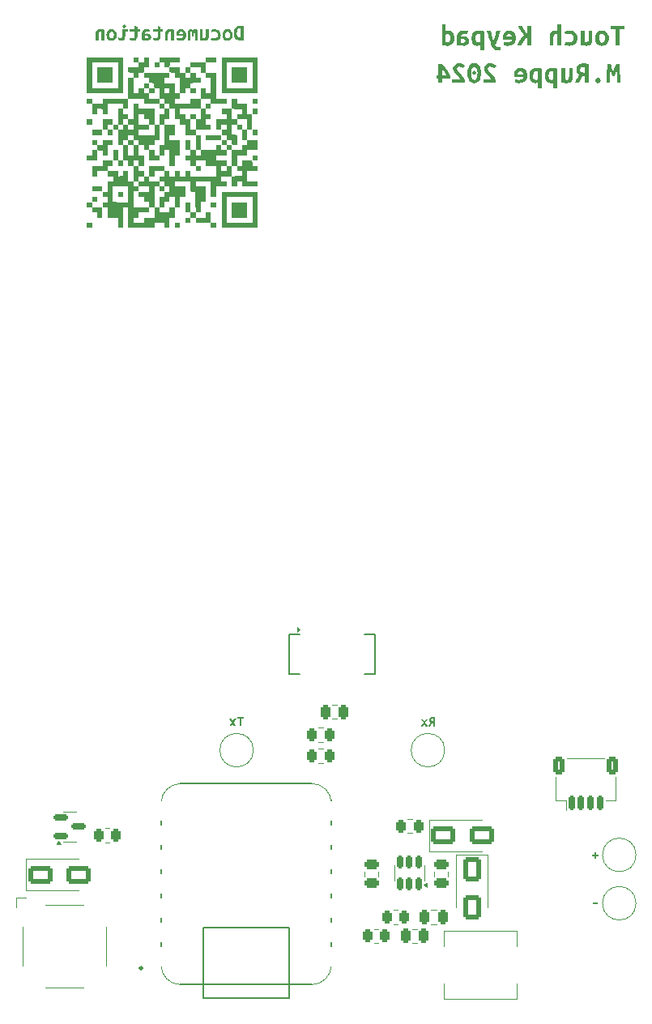
<source format=gbo>
G04 #@! TF.GenerationSoftware,KiCad,Pcbnew,8.0.5-8.0.5-0~ubuntu24.04.1*
G04 #@! TF.CreationDate,2024-10-02T13:28:42+10:00*
G04 #@! TF.ProjectId,Touch Keypad,546f7563-6820-44b6-9579-7061642e6b69,rev?*
G04 #@! TF.SameCoordinates,PXbebc200PY8b3c880*
G04 #@! TF.FileFunction,Legend,Bot*
G04 #@! TF.FilePolarity,Positive*
%FSLAX46Y46*%
G04 Gerber Fmt 4.6, Leading zero omitted, Abs format (unit mm)*
G04 Created by KiCad (PCBNEW 8.0.5-8.0.5-0~ubuntu24.04.1) date 2024-10-02 13:28:42*
%MOMM*%
%LPD*%
G01*
G04 APERTURE LIST*
G04 Aperture macros list*
%AMRoundRect*
0 Rectangle with rounded corners*
0 $1 Rounding radius*
0 $2 $3 $4 $5 $6 $7 $8 $9 X,Y pos of 4 corners*
0 Add a 4 corners polygon primitive as box body*
4,1,4,$2,$3,$4,$5,$6,$7,$8,$9,$2,$3,0*
0 Add four circle primitives for the rounded corners*
1,1,$1+$1,$2,$3*
1,1,$1+$1,$4,$5*
1,1,$1+$1,$6,$7*
1,1,$1+$1,$8,$9*
0 Add four rect primitives between the rounded corners*
20,1,$1+$1,$2,$3,$4,$5,0*
20,1,$1+$1,$4,$5,$6,$7,0*
20,1,$1+$1,$6,$7,$8,$9,0*
20,1,$1+$1,$8,$9,$2,$3,0*%
G04 Aperture macros list end*
%ADD10C,0.120000*%
%ADD11C,0.000000*%
%ADD12C,0.150000*%
%ADD13C,0.127000*%
%ADD14C,0.254000*%
%ADD15C,0.025400*%
%ADD16RoundRect,0.250000X-0.250000X-0.475000X0.250000X-0.475000X0.250000X0.475000X-0.250000X0.475000X0*%
%ADD17RoundRect,0.250000X0.262500X0.450000X-0.262500X0.450000X-0.262500X-0.450000X0.262500X-0.450000X0*%
%ADD18RoundRect,0.250000X-1.000000X-0.650000X1.000000X-0.650000X1.000000X0.650000X-1.000000X0.650000X0*%
%ADD19C,3.000000*%
%ADD20RoundRect,0.250000X-0.475000X0.250000X-0.475000X-0.250000X0.475000X-0.250000X0.475000X0.250000X0*%
%ADD21RoundRect,0.150000X-0.587500X-0.150000X0.587500X-0.150000X0.587500X0.150000X-0.587500X0.150000X0*%
%ADD22R,0.400000X1.200000*%
%ADD23RoundRect,0.150000X-0.150000X-0.625000X0.150000X-0.625000X0.150000X0.625000X-0.150000X0.625000X0*%
%ADD24RoundRect,0.250000X-0.350000X-0.650000X0.350000X-0.650000X0.350000X0.650000X-0.350000X0.650000X0*%
%ADD25R,2.300000X3.400000*%
%ADD26RoundRect,0.150000X0.150000X-0.512500X0.150000X0.512500X-0.150000X0.512500X-0.150000X-0.512500X0*%
%ADD27RoundRect,0.250000X0.250000X0.475000X-0.250000X0.475000X-0.250000X-0.475000X0.250000X-0.475000X0*%
%ADD28R,3.000000X2.000000*%
%ADD29C,1.500000*%
%ADD30RoundRect,0.250000X0.475000X-0.250000X0.475000X0.250000X-0.475000X0.250000X-0.475000X-0.250000X0*%
%ADD31C,1.000000*%
%ADD32RoundRect,0.250000X-0.650000X1.000000X-0.650000X-1.000000X0.650000X-1.000000X0.650000X1.000000X0*%
%ADD33R,2.500000X2.500000*%
G04 APERTURE END LIST*
D10*
X-34488748Y31265000D02*
X-35011252Y31265000D01*
X-34488748Y32735000D02*
X-35011252Y32735000D01*
X-30614564Y9303800D02*
X-30160436Y9303800D01*
X-30614564Y7833800D02*
X-30160436Y7833800D01*
X-67010000Y16650000D02*
X-67010000Y13350000D01*
X-61500000Y16650000D02*
X-67010000Y16650000D01*
X-61500000Y13350000D02*
X-67010000Y13350000D01*
D11*
G36*
X-7414378Y17081583D02*
G01*
X-7160743Y17081583D01*
X-7160743Y16918417D01*
X-7414378Y16918417D01*
X-7414378Y16637318D01*
X-7585622Y16637318D01*
X-7585622Y16918417D01*
X-7839257Y16918417D01*
X-7839257Y17081583D01*
X-7585622Y17081583D01*
X-7585622Y17362682D01*
X-7414378Y17362682D01*
X-7414378Y17081583D01*
G37*
D10*
X-58727064Y19835000D02*
X-58272936Y19835000D01*
X-58727064Y18365000D02*
X-58272936Y18365000D01*
X-23250000Y28000000D02*
G75*
G02*
X-26750000Y28000000I-1750000J0D01*
G01*
X-26750000Y28000000D02*
G75*
G02*
X-23250000Y28000000I1750000J0D01*
G01*
X-31622500Y14807548D02*
X-31622500Y15330052D01*
X-30152500Y14807548D02*
X-30152500Y15330052D01*
X-27114564Y20803800D02*
X-26660436Y20803800D01*
X-27114564Y19333800D02*
X-26660436Y19333800D01*
X-63087500Y21560000D02*
X-62437500Y21560000D01*
X-63087500Y18440000D02*
X-62437500Y18440000D01*
X-61787500Y21560000D02*
X-62437500Y21560000D01*
X-61787500Y18440000D02*
X-62437500Y18440000D01*
X-63360000Y18160000D02*
X-63840000Y18160000D01*
X-63600000Y18490000D01*
X-63360000Y18160000D01*
G36*
X-63360000Y18160000D02*
G01*
X-63840000Y18160000D01*
X-63600000Y18490000D01*
X-63360000Y18160000D01*
G37*
D11*
G36*
X-20028271Y98932956D02*
G01*
X-19979806Y98781099D01*
X-20028271Y98630856D01*
X-20160743Y98567851D01*
X-20288368Y98630856D01*
X-20338449Y98781099D01*
X-20288368Y98932956D01*
X-20160743Y98997577D01*
X-20028271Y98932956D01*
G37*
G36*
X-7126817Y98264136D02*
G01*
X-7034733Y98209208D01*
X-6970113Y98120355D01*
X-6945880Y97999192D01*
X-6970113Y97874798D01*
X-7034733Y97784330D01*
X-7126817Y97727787D01*
X-7236672Y97708401D01*
X-7436995Y97782714D01*
X-7524233Y97999192D01*
X-7436995Y98209208D01*
X-7236672Y98283522D01*
X-7126817Y98264136D01*
G37*
G36*
X-10671244Y98070275D02*
G01*
X-10490307Y98054120D01*
X-10294830Y98155897D01*
X-10257270Y98284733D01*
X-10244750Y98467690D01*
X-10244750Y99262520D01*
X-9847334Y99262520D01*
X-9847334Y98415994D01*
X-9853796Y98267367D01*
X-9873183Y98131664D01*
X-9968498Y97907108D01*
X-10157512Y97760097D01*
X-10294023Y97721325D01*
X-10464459Y97708401D01*
X-10641761Y97715670D01*
X-10805331Y97737480D01*
X-10950323Y97766559D01*
X-11071890Y97795638D01*
X-11071890Y99262520D01*
X-10671244Y99262520D01*
X-10671244Y98070275D01*
G37*
G36*
X-23414378Y99606220D02*
G01*
X-23285137Y99451535D01*
X-23159128Y99287157D01*
X-23039580Y99120355D01*
X-22928110Y98954362D01*
X-22826333Y98792407D01*
X-22738288Y98640953D01*
X-22668013Y98506462D01*
X-22668013Y98215670D01*
X-23049273Y98215670D01*
X-23501616Y98215670D01*
X-23501616Y97743942D01*
X-23899031Y97743942D01*
X-23899031Y98215670D01*
X-24115509Y98215670D01*
X-24115509Y98542003D01*
X-23899031Y98542003D01*
X-23501616Y98542003D01*
X-23049273Y98542003D01*
X-23146204Y98726171D01*
X-23260905Y98911955D01*
X-23382068Y99088045D01*
X-23501616Y99246365D01*
X-23501616Y98542003D01*
X-23899031Y98542003D01*
X-23899031Y99743942D01*
X-23543619Y99743942D01*
X-23414378Y99606220D01*
G37*
G36*
X-5844103Y99572698D02*
G01*
X-5773021Y99351373D01*
X-5692246Y99105816D01*
X-5611470Y98858643D01*
X-5537157Y99091276D01*
X-5459612Y99340065D01*
X-5386914Y99569467D01*
X-5330372Y99743942D01*
X-5000808Y99743942D01*
X-4979402Y99525040D01*
X-4960420Y99288368D01*
X-4943861Y99038772D01*
X-4929725Y98781099D01*
X-4917205Y98518578D01*
X-4905493Y98254443D01*
X-4894588Y97994346D01*
X-4884491Y97743942D01*
X-5249596Y97743942D01*
X-5233441Y99298061D01*
X-5469305Y98451535D01*
X-5760097Y98451535D01*
X-6005654Y99298061D01*
X-5986268Y97743942D01*
X-6351373Y97743942D01*
X-6344103Y97999596D01*
X-6335218Y98249596D01*
X-6324313Y98495961D01*
X-6310985Y98740711D01*
X-6294830Y98985864D01*
X-6275444Y99233441D01*
X-6254039Y99485460D01*
X-6231826Y99743942D01*
X-5902262Y99743942D01*
X-5844103Y99572698D01*
G37*
G36*
X-21572294Y99773021D02*
G01*
X-21403069Y99724556D01*
X-21243538Y99642165D01*
X-21104200Y99524233D01*
X-21301292Y99246365D01*
X-21504847Y99398223D01*
X-21701939Y99443457D01*
X-21889338Y99377221D01*
X-21963651Y99188207D01*
X-21903877Y99016963D01*
X-21752019Y98842488D01*
X-21656704Y98750000D01*
X-21554927Y98653473D01*
X-21453150Y98550889D01*
X-21357835Y98440226D01*
X-21273829Y98320275D01*
X-21205977Y98189822D01*
X-21161147Y98047658D01*
X-21146204Y97892569D01*
X-21144588Y97824717D01*
X-21152666Y97743942D01*
X-22457997Y97743942D01*
X-22457997Y98073506D01*
X-21598546Y98073506D01*
X-21632472Y98180129D01*
X-21714863Y98294830D01*
X-21818255Y98404685D01*
X-21915186Y98496769D01*
X-22079968Y98658320D01*
X-22225363Y98832795D01*
X-22328756Y99018578D01*
X-22367528Y99217286D01*
X-22315832Y99467690D01*
X-22176898Y99647011D01*
X-21976575Y99753635D01*
X-21740711Y99789176D01*
X-21572294Y99773021D01*
G37*
G36*
X-18341276Y99773021D02*
G01*
X-18172052Y99724556D01*
X-18012520Y99642165D01*
X-17873183Y99524233D01*
X-18070275Y99246365D01*
X-18273829Y99398223D01*
X-18470921Y99443457D01*
X-18658320Y99377221D01*
X-18732633Y99188207D01*
X-18672859Y99016963D01*
X-18521002Y98842488D01*
X-18425687Y98750000D01*
X-18323910Y98653473D01*
X-18222132Y98550889D01*
X-18126817Y98440226D01*
X-18042811Y98320275D01*
X-17974960Y98189822D01*
X-17930129Y98047658D01*
X-17915186Y97892569D01*
X-17913570Y97824717D01*
X-17921648Y97743942D01*
X-19226979Y97743942D01*
X-19226979Y98073506D01*
X-18367528Y98073506D01*
X-18401454Y98180129D01*
X-18483845Y98294830D01*
X-18587237Y98404685D01*
X-18684168Y98496769D01*
X-18848950Y98658320D01*
X-18994346Y98832795D01*
X-19097738Y99018578D01*
X-19136511Y99217286D01*
X-19084814Y99467690D01*
X-18945880Y99647011D01*
X-18745557Y99753635D01*
X-18509693Y99789176D01*
X-18341276Y99773021D01*
G37*
G36*
X-13519790Y99289176D02*
G01*
X-13361066Y99272213D01*
X-13213651Y99246365D01*
X-13091276Y99214055D01*
X-13091276Y97210824D01*
X-13488691Y97210824D01*
X-13488691Y97782714D01*
X-13647819Y97726979D01*
X-13721325Y97718128D01*
X-13802100Y97708401D01*
X-13941842Y97722940D01*
X-14063813Y97766559D01*
X-14251212Y97929725D01*
X-14316640Y98045234D01*
X-14364297Y98181745D01*
X-14393376Y98335622D01*
X-14402322Y98490307D01*
X-13999192Y98490307D01*
X-13982229Y98304120D01*
X-13931341Y98165590D01*
X-13844911Y98079564D01*
X-13721325Y98050889D01*
X-13592084Y98067044D01*
X-13488691Y98109047D01*
X-13488691Y98942649D01*
X-13575929Y98950727D01*
X-13672859Y98955574D01*
X-13816640Y98922859D01*
X-13918417Y98824717D01*
X-13978998Y98675687D01*
X-13999192Y98490307D01*
X-14402322Y98490307D01*
X-14403069Y98503231D01*
X-14382247Y98729761D01*
X-14319781Y98922545D01*
X-14215670Y99081583D01*
X-14072429Y99200054D01*
X-13892569Y99271136D01*
X-13676090Y99294830D01*
X-13519790Y99289176D01*
G37*
G36*
X-11904281Y99289176D02*
G01*
X-11745557Y99272213D01*
X-11598142Y99246365D01*
X-11475767Y99214055D01*
X-11475767Y97210824D01*
X-11873183Y97210824D01*
X-11873183Y97782714D01*
X-12032310Y97726979D01*
X-12105816Y97718128D01*
X-12186591Y97708401D01*
X-12326333Y97722940D01*
X-12448304Y97766559D01*
X-12635703Y97929725D01*
X-12701131Y98045234D01*
X-12748788Y98181745D01*
X-12777868Y98335622D01*
X-12786814Y98490307D01*
X-12383683Y98490307D01*
X-12366721Y98304120D01*
X-12315832Y98165590D01*
X-12229402Y98079564D01*
X-12105816Y98050889D01*
X-11976575Y98067044D01*
X-11873183Y98109047D01*
X-11873183Y98942649D01*
X-11960420Y98950727D01*
X-12057351Y98955574D01*
X-12201131Y98922859D01*
X-12302908Y98824717D01*
X-12363489Y98675687D01*
X-12383683Y98490307D01*
X-12786814Y98490307D01*
X-12787561Y98503231D01*
X-12766738Y98729761D01*
X-12704272Y98922545D01*
X-12600162Y99081583D01*
X-12456920Y99200054D01*
X-12277060Y99271136D01*
X-12060582Y99294830D01*
X-11904281Y99289176D01*
G37*
G36*
X-8619548Y99763328D02*
G01*
X-8483845Y99755250D01*
X-8343296Y99739095D01*
X-8215670Y99714863D01*
X-8215670Y97743942D01*
X-8613086Y97743942D01*
X-8613086Y98480614D01*
X-8819871Y98480614D01*
X-8929321Y98297658D01*
X-9031502Y98117124D01*
X-9123990Y97934168D01*
X-9204362Y97743942D01*
X-9621163Y97743942D01*
X-9529079Y97955574D01*
X-9417609Y98178514D01*
X-9298061Y98391761D01*
X-9181745Y98577544D01*
X-9323102Y98668821D01*
X-9417609Y98794023D01*
X-9470921Y98944265D01*
X-9488691Y99110662D01*
X-9488417Y99113893D01*
X-9084814Y99113893D01*
X-8994346Y98889338D01*
X-8875606Y98829968D01*
X-8700323Y98810178D01*
X-8613086Y98810178D01*
X-8613086Y99411147D01*
X-8677706Y99419225D01*
X-8732633Y99420840D01*
X-8875606Y99402262D01*
X-8987884Y99346527D01*
X-9060582Y99251212D01*
X-9084814Y99113893D01*
X-9488417Y99113893D01*
X-9475363Y99267771D01*
X-9435380Y99403069D01*
X-9281906Y99608239D01*
X-9172052Y99678514D01*
X-9042811Y99727787D01*
X-8895800Y99756866D01*
X-8732633Y99766559D01*
X-8619548Y99763328D01*
G37*
G36*
X-15186591Y99288368D02*
G01*
X-15055735Y99249596D01*
X-14933764Y99185380D01*
X-14826333Y99096123D01*
X-14735864Y98981826D01*
X-14664782Y98842488D01*
X-14618740Y98678514D01*
X-14603393Y98490307D01*
X-14617932Y98308562D01*
X-14661551Y98151050D01*
X-14732229Y98017367D01*
X-14827948Y97907108D01*
X-14947496Y97820679D01*
X-15089661Y97758481D01*
X-15253231Y97720921D01*
X-15436995Y97708401D01*
X-15698708Y97732633D01*
X-15918417Y97792407D01*
X-15863489Y98131664D01*
X-15680937Y98079968D01*
X-15453150Y98054120D01*
X-15277060Y98075525D01*
X-15136511Y98139742D01*
X-15044426Y98241115D01*
X-15013732Y98373990D01*
X-15621163Y98373990D01*
X-15999192Y98373990D01*
X-16004039Y98441842D01*
X-16005654Y98522617D01*
X-15995210Y98648627D01*
X-15621163Y98648627D01*
X-15013732Y98648627D01*
X-15041195Y98768174D01*
X-15099354Y98871567D01*
X-15193053Y98942649D01*
X-15327141Y98968498D01*
X-15462843Y98941034D01*
X-15553312Y98868336D01*
X-15605008Y98766559D01*
X-15621163Y98648627D01*
X-15995210Y98648627D01*
X-15986268Y98756507D01*
X-15928110Y98949829D01*
X-15831179Y99102585D01*
X-15696913Y99212978D01*
X-15526746Y99279214D01*
X-15320679Y99301292D01*
X-15186591Y99288368D01*
G37*
G36*
X-19952522Y99760456D02*
G01*
X-19781278Y99674295D01*
X-19643780Y99530695D01*
X-19564620Y99384895D01*
X-19508078Y99205977D01*
X-19474152Y98993942D01*
X-19462843Y98748788D01*
X-19473950Y98500808D01*
X-19507270Y98286753D01*
X-19562803Y98106624D01*
X-19640549Y97960420D01*
X-19776970Y97816819D01*
X-19949291Y97730659D01*
X-20157512Y97701939D01*
X-20365733Y97730659D01*
X-20538054Y97816819D01*
X-20674475Y97960420D01*
X-20752221Y98106624D01*
X-20807754Y98286753D01*
X-20841074Y98500808D01*
X-20852181Y98748788D01*
X-20493538Y98748788D01*
X-20484024Y98536798D01*
X-20455484Y98361784D01*
X-20407916Y98223748D01*
X-20302504Y98089257D01*
X-20157512Y98044426D01*
X-20014540Y98089257D01*
X-19908724Y98223748D01*
X-19860258Y98361784D01*
X-19831179Y98536798D01*
X-19821486Y98748788D01*
X-19831179Y98958984D01*
X-19860258Y99132920D01*
X-19908724Y99270598D01*
X-20014540Y99405089D01*
X-20157512Y99449919D01*
X-20302504Y99405089D01*
X-20407916Y99270598D01*
X-20455484Y99132920D01*
X-20484024Y98958984D01*
X-20493538Y98748788D01*
X-20852181Y98748788D01*
X-20841074Y98995254D01*
X-20807754Y99207997D01*
X-20752221Y99387015D01*
X-20674475Y99532310D01*
X-20538054Y99675013D01*
X-20365733Y99760635D01*
X-20157512Y99789176D01*
X-19952522Y99760456D01*
G37*
D10*
X-3250000Y12000000D02*
G75*
G02*
X-6750000Y12000000I-1750000J0D01*
G01*
X-6750000Y12000000D02*
G75*
G02*
X-3250000Y12000000I1750000J0D01*
G01*
X-43250000Y28000000D02*
G75*
G02*
X-46750000Y28000000I-1750000J0D01*
G01*
X-46750000Y28000000D02*
G75*
G02*
X-43250000Y28000000I1750000J0D01*
G01*
D11*
G36*
X-4460420Y103320679D02*
G01*
X-4987076Y103320679D01*
X-4987076Y101650242D01*
X-5387722Y101650242D01*
X-5387722Y103320679D01*
X-5914378Y103320679D01*
X-5914378Y103650242D01*
X-4460420Y103650242D01*
X-4460420Y103320679D01*
G37*
G36*
X-8625202Y101976575D02*
G01*
X-8444265Y101960420D01*
X-8248788Y102062197D01*
X-8211228Y102191034D01*
X-8198708Y102373990D01*
X-8198708Y103168821D01*
X-7801292Y103168821D01*
X-7801292Y102322294D01*
X-7807754Y102173667D01*
X-7827141Y102037964D01*
X-7922456Y101813409D01*
X-8111470Y101666397D01*
X-8247981Y101627625D01*
X-8418417Y101614701D01*
X-8595719Y101621971D01*
X-8759289Y101643780D01*
X-8904281Y101672859D01*
X-9025848Y101701939D01*
X-9025848Y103168821D01*
X-8625202Y103168821D01*
X-8625202Y101976575D01*
G37*
G36*
X-11045234Y103824717D02*
G01*
X-11045234Y101650242D01*
X-11442649Y101650242D01*
X-11442649Y102819871D01*
X-11528271Y102842488D01*
X-11636511Y102855412D01*
X-11820679Y102761712D01*
X-11857027Y102638126D01*
X-11869144Y102454766D01*
X-11869144Y101650242D01*
X-12266559Y101650242D01*
X-12266559Y102506462D01*
X-12259289Y102654685D01*
X-12237480Y102789176D01*
X-12140549Y103008885D01*
X-11959612Y103151050D01*
X-11832795Y103188611D01*
X-11678514Y103201131D01*
X-11558966Y103186591D01*
X-11442649Y103155897D01*
X-11442649Y103892569D01*
X-11045234Y103824717D01*
G37*
G36*
X-15038772Y103456381D02*
G01*
X-14911147Y103239903D01*
X-14764136Y103020194D01*
X-14615509Y102819871D01*
X-14615509Y103650242D01*
X-14218094Y103650242D01*
X-14218094Y101650242D01*
X-14615509Y101650242D01*
X-14615509Y102564620D01*
X-14785137Y102382068D01*
X-14871971Y102269790D01*
X-14954766Y102149435D01*
X-15031906Y102023425D01*
X-15101777Y101894184D01*
X-15203554Y101650242D01*
X-15652666Y101650242D01*
X-15600162Y101794426D01*
X-15533118Y101942649D01*
X-15454362Y102091276D01*
X-15366721Y102236672D01*
X-15271809Y102376010D01*
X-15171244Y102506462D01*
X-15068659Y102625202D01*
X-14967690Y102729402D01*
X-15065832Y102848142D01*
X-15159935Y102971729D01*
X-15249192Y103096527D01*
X-15332795Y103218901D01*
X-15409128Y103337641D01*
X-15476575Y103451535D01*
X-15584814Y103650242D01*
X-15135703Y103650242D01*
X-15038772Y103456381D01*
G37*
G36*
X-10027060Y103191842D02*
G01*
X-9848142Y103144588D01*
X-9699111Y103070275D01*
X-9578352Y102973344D01*
X-9485460Y102855816D01*
X-9420032Y102719709D01*
X-9381260Y102569467D01*
X-9368336Y102409532D01*
X-9380856Y102247173D01*
X-9418417Y102096123D01*
X-9482633Y101960420D01*
X-9575121Y101844103D01*
X-9696688Y101748788D01*
X-9848142Y101676090D01*
X-10031099Y101630048D01*
X-10247173Y101614701D01*
X-10398223Y101619952D01*
X-10528271Y101635703D01*
X-10731826Y101689015D01*
X-10673667Y102015347D01*
X-10487884Y101973344D01*
X-10292407Y101960420D01*
X-10049677Y101990307D01*
X-9890145Y102079968D01*
X-9801696Y102222132D01*
X-9772213Y102409532D01*
X-9798061Y102590468D01*
X-9882068Y102734249D01*
X-10035541Y102827948D01*
X-10273021Y102861874D01*
X-10474960Y102844103D01*
X-10618740Y102803716D01*
X-10705977Y103123586D01*
X-10483037Y103188207D01*
X-10237480Y103207593D01*
X-10027060Y103191842D01*
G37*
G36*
X-23142165Y103824717D02*
G01*
X-23142165Y103133279D01*
X-23006462Y103183360D01*
X-22848142Y103201131D01*
X-22664154Y103177257D01*
X-22512834Y103105636D01*
X-22394184Y102986268D01*
X-22308921Y102825615D01*
X-22257763Y102630138D01*
X-22240711Y102399838D01*
X-22260994Y102173667D01*
X-22321845Y101981960D01*
X-22423263Y101824717D01*
X-22564172Y101708042D01*
X-22743493Y101638036D01*
X-22961228Y101614701D01*
X-22964459Y101614820D01*
X-23114701Y101620355D01*
X-23271405Y101637318D01*
X-23417609Y101663166D01*
X-23539580Y101695477D01*
X-23539580Y102797254D01*
X-23142165Y102797254D01*
X-23142165Y101970113D01*
X-23054927Y101960420D01*
X-22964459Y101957189D01*
X-22819467Y101989499D01*
X-22720517Y102086430D01*
X-22663570Y102234249D01*
X-22644588Y102419225D01*
X-22660743Y102607431D01*
X-22709208Y102745557D01*
X-22793215Y102830372D01*
X-22915994Y102858643D01*
X-23038772Y102840872D01*
X-23142165Y102797254D01*
X-23539580Y102797254D01*
X-23539580Y103892569D01*
X-23142165Y103824717D01*
G37*
G36*
X-19551292Y103195477D02*
G01*
X-19392569Y103178514D01*
X-19245153Y103152666D01*
X-19122779Y103120355D01*
X-19122779Y101117124D01*
X-19520194Y101117124D01*
X-19520194Y101689015D01*
X-19679321Y101633279D01*
X-19752827Y101624428D01*
X-19833603Y101614701D01*
X-19973344Y101629241D01*
X-20095315Y101672859D01*
X-20282714Y101836026D01*
X-20348142Y101951535D01*
X-20395800Y102088045D01*
X-20424879Y102241922D01*
X-20433825Y102396607D01*
X-20030695Y102396607D01*
X-20013732Y102210420D01*
X-19962843Y102071890D01*
X-19876414Y101985864D01*
X-19752827Y101957189D01*
X-19623586Y101973344D01*
X-19520194Y102015347D01*
X-19520194Y102848950D01*
X-19607431Y102857027D01*
X-19704362Y102861874D01*
X-19848142Y102829160D01*
X-19949919Y102731018D01*
X-20010501Y102581987D01*
X-20030695Y102396607D01*
X-20433825Y102396607D01*
X-20434572Y102409532D01*
X-20413750Y102636062D01*
X-20351283Y102828846D01*
X-20247173Y102987884D01*
X-20103931Y103106354D01*
X-19924071Y103177437D01*
X-19707593Y103201131D01*
X-19551292Y103195477D01*
G37*
G36*
X-18365105Y102910339D02*
G01*
X-18334006Y102775040D01*
X-18302100Y102640549D01*
X-18268982Y102507270D01*
X-18234249Y102375606D01*
X-18166397Y102131664D01*
X-18071082Y102375606D01*
X-18025444Y102507674D01*
X-17982229Y102642165D01*
X-17941438Y102777868D01*
X-17903069Y102913570D01*
X-17836834Y103168821D01*
X-17423263Y103168821D01*
X-17483037Y102952242D01*
X-17546042Y102745153D01*
X-17612278Y102547557D01*
X-17681745Y102359451D01*
X-17776521Y102124125D01*
X-17871298Y101907108D01*
X-17966074Y101708401D01*
X-17852989Y101524233D01*
X-17665590Y101446688D01*
X-17557351Y101457997D01*
X-17442649Y101498384D01*
X-17368336Y101165590D01*
X-17505654Y101123586D01*
X-17688207Y101107431D01*
X-17896607Y101136511D01*
X-18058158Y101225363D01*
X-18190630Y101378837D01*
X-18311793Y101601777D01*
X-18389742Y101781906D01*
X-18462036Y101966882D01*
X-18529483Y102156300D01*
X-18592892Y102349758D01*
X-18653069Y102547658D01*
X-18710824Y102750404D01*
X-18768578Y102957593D01*
X-18828756Y103168821D01*
X-18421648Y103168821D01*
X-18365105Y102910339D01*
G37*
G36*
X-21167205Y103202342D02*
G01*
X-21029079Y103186591D01*
X-20819063Y103139742D01*
X-20873990Y102819871D01*
X-21043619Y102858643D01*
X-21261712Y102874798D01*
X-21410339Y102855816D01*
X-21507270Y102798869D01*
X-21578352Y102609855D01*
X-21578352Y102561389D01*
X-21449919Y102580775D01*
X-21303716Y102587237D01*
X-21067851Y102563005D01*
X-20867528Y102483845D01*
X-20728595Y102338449D01*
X-20676898Y102115509D01*
X-20722132Y101881260D01*
X-20851373Y101726171D01*
X-21053312Y101640549D01*
X-21316640Y101614701D01*
X-21345719Y101615628D01*
X-21519386Y101621163D01*
X-21701131Y101640549D01*
X-21959612Y101685784D01*
X-21959612Y102293215D01*
X-21578352Y102293215D01*
X-21578352Y101944265D01*
X-21471729Y101936187D01*
X-21345719Y101934572D01*
X-21145396Y101978191D01*
X-21067851Y102125202D01*
X-21093700Y102218901D01*
X-21163166Y102273829D01*
X-21264943Y102301292D01*
X-21384491Y102309370D01*
X-21484653Y102304523D01*
X-21578352Y102293215D01*
X-21959612Y102293215D01*
X-21959612Y102590468D01*
X-21927302Y102847334D01*
X-21820679Y103041195D01*
X-21621971Y103163974D01*
X-21481826Y103196688D01*
X-21310178Y103207593D01*
X-21167205Y103202342D01*
G37*
G36*
X-16371567Y103194669D02*
G01*
X-16240711Y103155897D01*
X-16118740Y103091680D01*
X-16011309Y103002423D01*
X-15920840Y102888126D01*
X-15849758Y102748788D01*
X-15803716Y102584814D01*
X-15788368Y102396607D01*
X-15802908Y102214863D01*
X-15846527Y102057351D01*
X-15917205Y101923667D01*
X-16012924Y101813409D01*
X-16132472Y101726979D01*
X-16274637Y101664782D01*
X-16438207Y101627221D01*
X-16621971Y101614701D01*
X-16883683Y101638934D01*
X-17103393Y101698708D01*
X-17048465Y102037964D01*
X-16865913Y101986268D01*
X-16638126Y101960420D01*
X-16462036Y101981826D01*
X-16321486Y102046042D01*
X-16229402Y102147415D01*
X-16198708Y102280291D01*
X-16806139Y102280291D01*
X-17184168Y102280291D01*
X-17189015Y102348142D01*
X-17190630Y102428918D01*
X-17180186Y102554927D01*
X-16806139Y102554927D01*
X-16198708Y102554927D01*
X-16226171Y102674475D01*
X-16284330Y102777868D01*
X-16378029Y102848950D01*
X-16512116Y102874798D01*
X-16647819Y102847334D01*
X-16738288Y102774637D01*
X-16789984Y102672859D01*
X-16806139Y102554927D01*
X-17180186Y102554927D01*
X-17171244Y102662807D01*
X-17113086Y102856130D01*
X-17016155Y103008885D01*
X-16881888Y103119278D01*
X-16711721Y103185514D01*
X-16505654Y103207593D01*
X-16371567Y103194669D01*
G37*
G36*
X-6656704Y103193457D02*
G01*
X-6518578Y103151050D01*
X-6395396Y103082391D01*
X-6290792Y102989499D01*
X-6205977Y102873990D01*
X-6142165Y102737480D01*
X-6102181Y102582795D01*
X-6088853Y102412763D01*
X-6101777Y102240307D01*
X-6140549Y102084814D01*
X-6203150Y101947900D01*
X-6287561Y101831179D01*
X-6391761Y101736672D01*
X-6513732Y101666397D01*
X-6652262Y101622779D01*
X-6799677Y101608850D01*
X-6806139Y101608239D01*
X-6960016Y101622779D01*
X-7098546Y101666397D01*
X-7220113Y101736672D01*
X-7323102Y101831179D01*
X-7406300Y101947900D01*
X-7468498Y102084814D01*
X-7507270Y102240307D01*
X-7519952Y102409532D01*
X-7113086Y102409532D01*
X-7093296Y102225363D01*
X-7033926Y102079968D01*
X-6935784Y101985460D01*
X-6799677Y101953958D01*
X-6660339Y101985460D01*
X-6565428Y102079968D01*
X-6510905Y102225363D01*
X-6492730Y102409532D01*
X-6512520Y102593296D01*
X-6571890Y102737480D01*
X-6670032Y102830775D01*
X-6806139Y102861874D01*
X-6945477Y102830775D01*
X-7040388Y102737480D01*
X-7094911Y102593296D01*
X-7113086Y102409532D01*
X-7519952Y102409532D01*
X-7520194Y102412763D01*
X-7507270Y102582795D01*
X-7468498Y102737480D01*
X-7405897Y102873990D01*
X-7321486Y102989499D01*
X-7217286Y103082391D01*
X-7095315Y103151050D01*
X-6957593Y103193457D01*
X-6806139Y103207593D01*
X-6656704Y103193457D01*
G37*
D10*
X-36427064Y30335000D02*
X-35972936Y30335000D01*
X-36427064Y28865000D02*
X-35972936Y28865000D01*
D12*
X-39475000Y40075000D02*
X-38365000Y40075000D01*
X-39475000Y35925000D02*
X-39475000Y40075000D01*
X-38365000Y35925000D02*
X-39475000Y35925000D01*
X-31635000Y40075000D02*
X-30525000Y40075000D01*
X-31635000Y35925000D02*
X-30525000Y35925000D01*
X-30525000Y35925000D02*
X-30525000Y40075000D01*
D10*
X-38365000Y40637500D02*
X-38695000Y40397500D01*
X-38695000Y40877500D01*
X-38365000Y40637500D01*
G36*
X-38365000Y40637500D02*
G01*
X-38695000Y40397500D01*
X-38695000Y40877500D01*
X-38365000Y40637500D01*
G37*
D11*
G36*
X-7278675Y11902262D02*
G01*
X-7721325Y11902262D01*
X-7721325Y12097738D01*
X-7278675Y12097738D01*
X-7278675Y11902262D01*
G37*
D10*
X-24897500Y20718800D02*
X-24897500Y17418800D01*
X-19387500Y20718800D02*
X-24897500Y20718800D01*
X-19387500Y17418800D02*
X-24897500Y17418800D01*
X-11610000Y22715000D02*
X-11610000Y25215000D01*
X-10560000Y22715000D02*
X-11610000Y22715000D01*
X-10560000Y21725000D02*
X-10560000Y22715000D01*
X-6560000Y27185000D02*
X-10440000Y27185000D01*
X-6440000Y22715000D02*
X-5390000Y22715000D01*
X-5390000Y22715000D02*
X-5390000Y25215000D01*
D11*
G36*
X-60120000Y95820000D02*
G01*
X-60120000Y95540000D01*
X-60380000Y95540000D01*
X-60640000Y95540000D01*
X-60640000Y95820000D01*
X-60640000Y96100000D01*
X-60380000Y96100000D01*
X-60120000Y96100000D01*
X-60120000Y95820000D01*
G37*
G36*
X-60120000Y93660000D02*
G01*
X-60120000Y93380000D01*
X-60380000Y93380000D01*
X-60640000Y93380000D01*
X-60640000Y93660000D01*
X-60640000Y93940000D01*
X-60380000Y93940000D01*
X-60120000Y93940000D01*
X-60120000Y93660000D01*
G37*
G36*
X-60120000Y85000000D02*
G01*
X-60120000Y84740000D01*
X-60380000Y84740000D01*
X-60640000Y84740000D01*
X-60640000Y85000000D01*
X-60640000Y85260000D01*
X-60380000Y85260000D01*
X-60120000Y85260000D01*
X-60120000Y85000000D01*
G37*
G36*
X-60120000Y82840000D02*
G01*
X-60120000Y82580000D01*
X-60380000Y82580000D01*
X-60640000Y82580000D01*
X-60640000Y82840000D01*
X-60640000Y83100000D01*
X-60380000Y83100000D01*
X-60120000Y83100000D01*
X-60120000Y82840000D01*
G37*
G36*
X-59040000Y92580000D02*
G01*
X-59040000Y92300000D01*
X-59560000Y92300000D01*
X-60080000Y92300000D01*
X-60080000Y92580000D01*
X-60080000Y92860000D01*
X-59560000Y92860000D01*
X-59040000Y92860000D01*
X-59040000Y92580000D01*
G37*
G36*
X-59560000Y91498173D02*
G01*
X-59560000Y91220000D01*
X-59820000Y91220000D01*
X-60080000Y91220000D01*
X-60080000Y91500000D01*
X-60080000Y91780000D01*
X-59820000Y91780000D01*
X-59560000Y91780000D01*
X-59560000Y91498173D01*
G37*
G36*
X-59040000Y86640000D02*
G01*
X-59040000Y86380000D01*
X-59560000Y86380000D01*
X-60080000Y86380000D01*
X-60080000Y86640000D01*
X-60080000Y86900000D01*
X-59560000Y86900000D01*
X-59040000Y86900000D01*
X-59040000Y86640000D01*
G37*
G36*
X-59560000Y85560000D02*
G01*
X-59560000Y85300000D01*
X-59820000Y85300000D01*
X-60080000Y85300000D01*
X-60080000Y85560000D01*
X-60080000Y85820000D01*
X-59820000Y85820000D01*
X-59560000Y85820000D01*
X-59560000Y85560000D01*
G37*
G36*
X-57960000Y98540000D02*
G01*
X-57960000Y97740000D01*
X-58760000Y97740000D01*
X-59560000Y97740000D01*
X-59560000Y98540000D01*
X-59560000Y99340000D01*
X-58760000Y99340000D01*
X-57960000Y99340000D01*
X-57960000Y98540000D01*
G37*
G36*
X-56880000Y86080000D02*
G01*
X-56880000Y85820000D01*
X-57140000Y85820000D01*
X-57400000Y85820000D01*
X-57400000Y86080000D01*
X-57400000Y86340000D01*
X-57140000Y86340000D01*
X-56880000Y86340000D01*
X-56880000Y86080000D01*
G37*
G36*
X-55240000Y100160000D02*
G01*
X-55240000Y99900000D01*
X-55500000Y99900000D01*
X-55760000Y99900000D01*
X-55760000Y100160000D01*
X-55760000Y100420000D01*
X-55500000Y100420000D01*
X-55240000Y100420000D01*
X-55240000Y100160000D01*
G37*
G36*
X-53080000Y99600000D02*
G01*
X-53080000Y99340000D01*
X-53340000Y99340000D01*
X-53600000Y99340000D01*
X-53600000Y99600000D01*
X-53600000Y99860000D01*
X-53340000Y99860000D01*
X-53080000Y99860000D01*
X-53080000Y99600000D01*
G37*
G36*
X-50920000Y82840000D02*
G01*
X-50920000Y82580000D01*
X-51180000Y82580000D01*
X-51440000Y82580000D01*
X-51440000Y82840000D01*
X-51440000Y83100000D01*
X-51180000Y83100000D01*
X-50920000Y83100000D01*
X-50920000Y82840000D01*
G37*
G36*
X-49840000Y99080000D02*
G01*
X-49840000Y98820000D01*
X-50100000Y98820000D01*
X-50360000Y98820000D01*
X-50360000Y99080000D01*
X-50360000Y99340000D01*
X-50100000Y99340000D01*
X-49840000Y99340000D01*
X-49840000Y99080000D01*
G37*
G36*
X-49840000Y91240000D02*
G01*
X-49840000Y90700000D01*
X-50100000Y90700000D01*
X-50360000Y90700000D01*
X-50360000Y91240000D01*
X-50360000Y91780000D01*
X-50100000Y91780000D01*
X-49840000Y91780000D01*
X-49840000Y91240000D01*
G37*
G36*
X-49840000Y84740000D02*
G01*
X-49840000Y84220000D01*
X-50100000Y84220000D01*
X-50360000Y84220000D01*
X-50360000Y84740000D01*
X-50360000Y85260000D01*
X-50100000Y85260000D01*
X-49840000Y85260000D01*
X-49840000Y84740000D01*
G37*
G36*
X-49840000Y83400000D02*
G01*
X-49840000Y83140000D01*
X-50100000Y83140000D01*
X-50360000Y83140000D01*
X-50360000Y83400000D01*
X-50360000Y83660000D01*
X-50100000Y83660000D01*
X-49840000Y83660000D01*
X-49840000Y83400000D01*
G37*
G36*
X-49280000Y96920000D02*
G01*
X-49280000Y96660000D01*
X-49560000Y96660000D01*
X-49840000Y96660000D01*
X-49840000Y96920000D01*
X-49840000Y97180000D01*
X-49561827Y97180000D01*
X-49280000Y97180000D01*
X-49280000Y96920000D01*
G37*
G36*
X-49280000Y94200000D02*
G01*
X-49280000Y93940000D01*
X-49560000Y93940000D01*
X-49840000Y93940000D01*
X-49840000Y94200000D01*
X-49840000Y94460000D01*
X-49560000Y94460000D01*
X-49280000Y94460000D01*
X-49280000Y94200000D01*
G37*
G36*
X-48760000Y88800000D02*
G01*
X-48760000Y88540000D01*
X-49020000Y88540000D01*
X-49280000Y88540000D01*
X-49280000Y88800000D01*
X-49280000Y89060000D01*
X-49020000Y89060000D01*
X-48760000Y89060000D01*
X-48760000Y88800000D01*
G37*
G36*
X-47120000Y100160000D02*
G01*
X-47120000Y99900000D01*
X-47660000Y99900000D01*
X-48200000Y99900000D01*
X-48200000Y100160000D01*
X-48200000Y100420000D01*
X-47660000Y100420000D01*
X-47120000Y100420000D01*
X-47120000Y100160000D01*
G37*
G36*
X-46600000Y92040000D02*
G01*
X-46600000Y91780000D01*
X-47400000Y91780000D01*
X-48200000Y91780000D01*
X-48200000Y92040000D01*
X-48200000Y92300000D01*
X-47400000Y92300000D01*
X-46600000Y92300000D01*
X-46600000Y92040000D01*
G37*
G36*
X-47120000Y85000000D02*
G01*
X-47120000Y84740000D01*
X-47400000Y84740000D01*
X-47680000Y84740000D01*
X-47680000Y85000000D01*
X-47680000Y85260000D01*
X-47400000Y85260000D01*
X-47120000Y85260000D01*
X-47120000Y85000000D01*
G37*
G36*
X-47120000Y82840000D02*
G01*
X-47120000Y82580000D01*
X-47400000Y82580000D01*
X-47680000Y82580000D01*
X-47680000Y82840000D01*
X-47680000Y83100000D01*
X-47400000Y83100000D01*
X-47120000Y83100000D01*
X-47120000Y82840000D01*
G37*
G36*
X-43880000Y98540000D02*
G01*
X-43880000Y97740000D01*
X-44680000Y97740000D01*
X-45480000Y97740000D01*
X-45480000Y98540000D01*
X-45480000Y99340000D01*
X-44680000Y99340000D01*
X-43880000Y99340000D01*
X-43880000Y98540000D01*
G37*
G36*
X-43880000Y84460000D02*
G01*
X-43880000Y83660000D01*
X-44680000Y83660000D01*
X-45480000Y83660000D01*
X-45480000Y84460000D01*
X-45480000Y85260000D01*
X-44680000Y85260000D01*
X-43880000Y85260000D01*
X-43880000Y84460000D01*
G37*
G36*
X-42800000Y95820000D02*
G01*
X-42800000Y95540000D01*
X-43060000Y95540000D01*
X-43320000Y95540000D01*
X-43320000Y95820000D01*
X-43320000Y96100000D01*
X-43060000Y96100000D01*
X-42800000Y96100000D01*
X-42800000Y95820000D01*
G37*
G36*
X-42800000Y94740000D02*
G01*
X-42800000Y94460000D01*
X-43060000Y94460000D01*
X-43320000Y94460000D01*
X-43320000Y94740000D01*
X-43320000Y95020000D01*
X-43060000Y95020000D01*
X-42800000Y95020000D01*
X-42800000Y94740000D01*
G37*
G36*
X-42800000Y92580000D02*
G01*
X-42800000Y92300000D01*
X-43060000Y92300000D01*
X-43320000Y92300000D01*
X-43320000Y92580000D01*
X-43320000Y92860000D01*
X-43060000Y92860000D01*
X-42800000Y92860000D01*
X-42800000Y92580000D01*
G37*
G36*
X-42800000Y89880000D02*
G01*
X-42800000Y89620000D01*
X-43060000Y89620000D01*
X-43320000Y89620000D01*
X-43320000Y89880000D01*
X-43320000Y90140000D01*
X-43060000Y90140000D01*
X-42800000Y90140000D01*
X-42800000Y89880000D01*
G37*
G36*
X-59560000Y90161828D02*
G01*
X-59560000Y89620000D01*
X-60100000Y89620000D01*
X-60640000Y89620000D01*
X-60640000Y89878173D01*
X-60640000Y90136345D01*
X-60370000Y90148173D01*
X-60100000Y90160000D01*
X-60088172Y90430000D01*
X-60076344Y90700000D01*
X-59818172Y90700000D01*
X-59560000Y90700000D01*
X-59560000Y90161828D01*
G37*
G36*
X-59040000Y84200000D02*
G01*
X-59040000Y83660000D01*
X-59300000Y83660000D01*
X-59560000Y83660000D01*
X-59560000Y83940000D01*
X-59560000Y84220000D01*
X-59820000Y84220000D01*
X-60080000Y84220000D01*
X-60080000Y84480000D01*
X-60080000Y84740000D01*
X-59560000Y84740000D01*
X-59040000Y84740000D01*
X-59040000Y84200000D01*
G37*
G36*
X-52520000Y88800000D02*
G01*
X-52520000Y88540000D01*
X-53060000Y88540000D01*
X-53600000Y88540000D01*
X-53600000Y88260000D01*
X-53600000Y87980000D01*
X-53880000Y87980000D01*
X-54160000Y87980000D01*
X-54160000Y88520000D01*
X-54160000Y89060000D01*
X-53340000Y89060000D01*
X-52520000Y89060000D01*
X-52520000Y88800000D01*
G37*
G36*
X-48200000Y99340000D02*
G01*
X-48200000Y98820000D01*
X-48480000Y98820000D01*
X-48760000Y98820000D01*
X-48760000Y99080000D01*
X-48760000Y99340000D01*
X-49300000Y99340000D01*
X-49840000Y99340000D01*
X-49840000Y99600000D01*
X-49840000Y99860000D01*
X-49020000Y99860000D01*
X-48200000Y99860000D01*
X-48200000Y99340000D01*
G37*
G36*
X-57140000Y89620000D02*
G01*
X-56880000Y89620000D01*
X-56880000Y89340000D01*
X-56880000Y89060000D01*
X-57140000Y89060000D01*
X-57400000Y89060000D01*
X-57400000Y89340000D01*
X-57400000Y89620000D01*
X-57140000Y89620000D01*
G37*
G36*
X-57400000Y90160000D02*
G01*
X-57400000Y89620000D01*
X-57660000Y89620000D01*
X-57920000Y89620000D01*
X-57920000Y90160000D01*
X-57920000Y90700000D01*
X-57660000Y90700000D01*
X-57400000Y90700000D01*
X-57400000Y90160000D01*
G37*
G36*
X-56871827Y94750001D02*
G01*
X-56860000Y94480000D01*
X-56590000Y94468173D01*
X-56320000Y94456345D01*
X-56320000Y94198173D01*
X-56320000Y93943656D01*
X-56590000Y93931828D01*
X-56860000Y93920000D01*
X-56871827Y93650000D01*
X-56883655Y93380000D01*
X-57141827Y93380000D01*
X-57400000Y93380000D01*
X-57400000Y94200000D01*
X-57400000Y95020000D01*
X-57141827Y95020001D01*
X-56883655Y95020001D01*
X-56871827Y94750001D01*
G37*
G36*
X-53878172Y97180000D02*
G01*
X-53600000Y97180000D01*
X-53600000Y96920000D01*
X-53600000Y96660000D01*
X-53880000Y96660000D01*
X-54160000Y96660000D01*
X-54160000Y96920000D01*
X-54160000Y97180000D01*
X-53878172Y97180000D01*
G37*
G36*
X-54160000Y97440000D02*
G01*
X-54160000Y97180000D01*
X-54420000Y97180000D01*
X-54680000Y97180000D01*
X-54680000Y97440000D01*
X-54680000Y97700000D01*
X-54420000Y97700000D01*
X-54160000Y97700000D01*
X-54160000Y97440000D01*
G37*
G36*
X-56880000Y98540000D02*
G01*
X-56880000Y96660000D01*
X-58760000Y96660000D01*
X-60640000Y96660000D01*
X-60640000Y97180000D01*
X-60121064Y97180000D01*
X-58760532Y97180000D01*
X-57400000Y97180000D01*
X-57400000Y98540533D01*
X-57400000Y99901065D01*
X-58750000Y99890533D01*
X-60100000Y99880000D01*
X-60110532Y98530000D01*
X-60121064Y97180000D01*
X-60640000Y97180000D01*
X-60640000Y98540000D01*
X-60640000Y100420000D01*
X-58760000Y100420000D01*
X-56880000Y100420000D01*
X-56880000Y98540533D01*
X-56880000Y98540000D01*
G37*
G36*
X-42800000Y96660000D02*
G01*
X-44680000Y96660000D01*
X-46560000Y96660000D01*
X-46560000Y98540000D01*
X-46560000Y99901065D01*
X-46040000Y99901065D01*
X-46040000Y98540533D01*
X-46040000Y97180000D01*
X-44679467Y97180000D01*
X-43318935Y97180000D01*
X-43329467Y98530000D01*
X-43340000Y99880000D01*
X-44690000Y99890533D01*
X-46040000Y99901065D01*
X-46560000Y99901065D01*
X-46560000Y100420000D01*
X-44680000Y100420000D01*
X-42800000Y100420000D01*
X-42800000Y98540000D01*
X-42800000Y97180000D01*
X-42800000Y96660000D01*
G37*
G36*
X-57960000Y91500000D02*
G01*
X-57960000Y91220000D01*
X-58220000Y91220000D01*
X-58480000Y91220000D01*
X-58480000Y90680000D01*
X-58480000Y90140000D01*
X-58738172Y90140000D01*
X-58996344Y90140000D01*
X-59008172Y90410000D01*
X-59020000Y90680000D01*
X-59290000Y90691828D01*
X-59560000Y90703656D01*
X-59560000Y90960000D01*
X-59560000Y91216345D01*
X-59290000Y91228173D01*
X-59020000Y91240000D01*
X-59008172Y91510000D01*
X-58996344Y91780000D01*
X-58478172Y91780000D01*
X-57960000Y91780000D01*
X-57960000Y91500000D01*
G37*
G36*
X-58220000Y92860000D02*
G01*
X-57960000Y92860000D01*
X-57960000Y92580000D01*
X-57960000Y92300000D01*
X-58220000Y92300000D01*
X-58480000Y92300000D01*
X-58480000Y92580000D01*
X-58480000Y92860000D01*
X-58220000Y92860000D01*
G37*
G36*
X-57960000Y93660000D02*
G01*
X-57960000Y93380000D01*
X-58220000Y93380000D01*
X-58480000Y93380000D01*
X-58480000Y93120000D01*
X-58480000Y92860000D01*
X-58740000Y92860000D01*
X-59000000Y92860000D01*
X-59000000Y93400000D01*
X-59000000Y93940000D01*
X-58480000Y93940000D01*
X-57960000Y93940000D01*
X-57960000Y93660000D01*
G37*
G36*
X-49280000Y83920000D02*
G01*
X-49280000Y83660000D01*
X-48740000Y83660000D01*
X-48200000Y83660000D01*
X-48200000Y83920000D01*
X-48200000Y84180000D01*
X-47940000Y84180000D01*
X-47680000Y84180000D01*
X-47680000Y83660000D01*
X-47680000Y83140000D01*
X-48480000Y83140000D01*
X-49280000Y83140000D01*
X-49280000Y83400000D01*
X-49280000Y83660000D01*
X-49560000Y83660000D01*
X-49840000Y83660000D01*
X-49840000Y83920000D01*
X-49840000Y84180000D01*
X-49560000Y84180000D01*
X-49280000Y84180000D01*
X-49280000Y83920000D01*
G37*
G36*
X-56320000Y95560000D02*
G01*
X-56320000Y95020000D01*
X-56580000Y95020000D01*
X-56840000Y95020000D01*
X-56840000Y95280000D01*
X-56840000Y95540000D01*
X-57660000Y95540000D01*
X-58480000Y95540000D01*
X-58480000Y95000000D01*
X-58480000Y94460000D01*
X-58738172Y94460000D01*
X-58996344Y94460000D01*
X-59008172Y94730000D01*
X-59020000Y95000000D01*
X-59290000Y95011828D01*
X-59560000Y95023656D01*
X-59560000Y94741828D01*
X-59560000Y94460000D01*
X-59820000Y94460000D01*
X-60080000Y94460000D01*
X-60080000Y94998839D01*
X-60080000Y95537678D01*
X-59550000Y95548839D01*
X-59020000Y95560000D01*
X-59008172Y95830000D01*
X-58996344Y96100000D01*
X-57658172Y96100000D01*
X-56320000Y96100000D01*
X-56320000Y95560000D01*
G37*
G36*
X-54160000Y99880000D02*
G01*
X-54160000Y99340000D01*
X-54420000Y99340000D01*
X-54680000Y99340000D01*
X-54680000Y99081828D01*
X-54680000Y98823656D01*
X-54950000Y98811828D01*
X-55220000Y98800000D01*
X-55231827Y98530000D01*
X-55243655Y98260000D01*
X-55501827Y98260000D01*
X-55756344Y98260000D01*
X-55768172Y98530000D01*
X-55780000Y98800000D01*
X-56050000Y98811828D01*
X-56320000Y98823656D01*
X-56320000Y99081828D01*
X-56320000Y99340000D01*
X-55780000Y99340000D01*
X-55240000Y99340000D01*
X-55240000Y99598173D01*
X-55240000Y99856345D01*
X-54970000Y99868173D01*
X-54700000Y99880000D01*
X-54688172Y100150000D01*
X-54676344Y100420000D01*
X-54418172Y100420000D01*
X-54160000Y100420000D01*
X-54160000Y99880000D01*
G37*
G36*
X-47120000Y97440000D02*
G01*
X-47120000Y96100000D01*
X-46580000Y96100000D01*
X-46040000Y96100000D01*
X-46040000Y95820000D01*
X-46040000Y95540000D01*
X-46860000Y95540000D01*
X-47680000Y95540000D01*
X-47680000Y95820000D01*
X-47680000Y96100000D01*
X-48220000Y96100000D01*
X-48760000Y96100000D01*
X-48760000Y96640000D01*
X-48760000Y97180000D01*
X-48480000Y97180000D01*
X-48200000Y97180000D01*
X-48200000Y96900000D01*
X-48200000Y96620000D01*
X-47940000Y96620000D01*
X-47680000Y96620000D01*
X-47680000Y97440000D01*
X-47680000Y98260000D01*
X-47940000Y98260000D01*
X-48200000Y98260000D01*
X-48200000Y98520000D01*
X-48200000Y98780000D01*
X-47660000Y98780000D01*
X-47120000Y98780000D01*
X-47120000Y97440000D01*
G37*
G36*
X-42800000Y84460000D02*
G01*
X-42800000Y82580000D01*
X-44680000Y82580000D01*
X-46560000Y82580000D01*
X-46560000Y84460000D01*
X-46560000Y85820000D01*
X-46040000Y85820000D01*
X-46040000Y84460000D01*
X-46040000Y83100000D01*
X-44706666Y83100000D01*
X-44483218Y83100376D01*
X-44181101Y83102153D01*
X-43911362Y83105221D01*
X-43683524Y83109394D01*
X-43507113Y83114483D01*
X-43391652Y83120303D01*
X-43346666Y83126667D01*
X-43342205Y83149923D01*
X-43336198Y83244783D01*
X-43330864Y83403514D01*
X-43326391Y83616592D01*
X-43322965Y83874493D01*
X-43320772Y84167693D01*
X-43320000Y84486667D01*
X-43320000Y85820000D01*
X-44680000Y85820000D01*
X-46040000Y85820000D01*
X-46560000Y85820000D01*
X-46560000Y86340000D01*
X-44680000Y86340000D01*
X-42800000Y86340000D01*
X-42800000Y84486667D01*
X-42800000Y84460000D01*
G37*
G36*
X-43340000Y91780000D02*
G01*
X-42800000Y91780000D01*
X-42800000Y91240000D01*
X-42800000Y90700000D01*
X-43340000Y90700000D01*
X-43880000Y90700000D01*
X-43880000Y90420000D01*
X-43880000Y90140000D01*
X-44420000Y90140000D01*
X-44960000Y90140000D01*
X-44960000Y89598173D01*
X-44960000Y89060000D01*
X-45220000Y89060000D01*
X-45480000Y89060000D01*
X-45480000Y89880000D01*
X-45480000Y90700000D01*
X-44940000Y90700000D01*
X-44400000Y90700000D01*
X-44400000Y90960000D01*
X-44400000Y91220000D01*
X-44140000Y91220000D01*
X-43880000Y91220000D01*
X-43880000Y91500000D01*
X-43880000Y91780000D01*
X-43340000Y91780000D01*
G37*
G36*
X-43880000Y92320000D02*
G01*
X-43880000Y91780000D01*
X-44140000Y91780000D01*
X-44400000Y91780000D01*
X-44400000Y92320000D01*
X-44400000Y92860000D01*
X-44140000Y92860000D01*
X-43880000Y92860000D01*
X-43880000Y92320000D01*
G37*
G36*
X-43351827Y89350000D02*
G01*
X-43340000Y89080000D01*
X-43069999Y89068173D01*
X-42799999Y89056345D01*
X-42799999Y88798173D01*
X-42800000Y88540000D01*
X-43340000Y88540000D01*
X-43880000Y88540000D01*
X-43880000Y88000000D01*
X-43880000Y87460000D01*
X-43340000Y87460000D01*
X-42800000Y87460000D01*
X-42800000Y87180000D01*
X-42800000Y86900000D01*
X-43598172Y86900000D01*
X-44396344Y86900000D01*
X-44408172Y87170000D01*
X-44420000Y87440000D01*
X-44689999Y87451828D01*
X-44959999Y87463656D01*
X-44959999Y87181828D01*
X-44960000Y86900000D01*
X-45220000Y86900000D01*
X-45480000Y86900000D01*
X-45480000Y87438839D01*
X-45480000Y87977678D01*
X-44950000Y87988839D01*
X-44420000Y88000000D01*
X-44420000Y88260000D01*
X-44420000Y88520000D01*
X-44690000Y88531828D01*
X-44960000Y88543656D01*
X-44960000Y88801828D01*
X-44960000Y89056345D01*
X-44690000Y89068173D01*
X-44420000Y89080000D01*
X-44408172Y89350000D01*
X-44396344Y89620000D01*
X-43879999Y89620000D01*
X-43363655Y89620000D01*
X-43351827Y89350000D01*
G37*
G36*
X-54160000Y87720000D02*
G01*
X-54160000Y87460000D01*
X-53620000Y87460000D01*
X-53080000Y87460000D01*
X-53080000Y87180000D01*
X-53080000Y86900000D01*
X-53340000Y86900000D01*
X-53600000Y86900000D01*
X-53600000Y85820000D01*
X-53600000Y84740000D01*
X-53880000Y84740000D01*
X-54160000Y84740000D01*
X-54160000Y85020000D01*
X-54160000Y85300000D01*
X-54420000Y85300000D01*
X-54680000Y85300000D01*
X-54680000Y85560000D01*
X-54680000Y85820000D01*
X-54960000Y85820000D01*
X-55240000Y85820000D01*
X-55240000Y86080000D01*
X-55240000Y86340000D01*
X-54700000Y86340000D01*
X-54160000Y86340000D01*
X-54160000Y86620000D01*
X-54160000Y86900000D01*
X-54700000Y86900000D01*
X-55240000Y86900000D01*
X-55240000Y87180000D01*
X-55240000Y87460000D01*
X-54960000Y87460000D01*
X-54680000Y87460000D01*
X-54680000Y87720000D01*
X-54680000Y87980000D01*
X-54420000Y87980000D01*
X-54160000Y87980000D01*
X-54160000Y87720000D01*
G37*
G36*
X-52800000Y86900000D02*
G01*
X-52520000Y86900000D01*
X-52520000Y86640000D01*
X-52520000Y86380000D01*
X-52800000Y86380000D01*
X-53080000Y86380000D01*
X-53080000Y86640000D01*
X-53080000Y86900000D01*
X-52800000Y86900000D01*
G37*
G36*
X-51440000Y92840000D02*
G01*
X-51440000Y92300000D01*
X-51720000Y92300000D01*
X-52000000Y92300000D01*
X-52000000Y92040000D01*
X-52000000Y91780000D01*
X-51460000Y91780000D01*
X-50920000Y91780000D01*
X-50920000Y90960000D01*
X-50920000Y90140000D01*
X-51180000Y90140000D01*
X-51440000Y90140000D01*
X-51440000Y89600000D01*
X-51440000Y89060000D01*
X-51720000Y89060000D01*
X-52000000Y89060000D01*
X-52000000Y89880000D01*
X-52000000Y90700000D01*
X-52260000Y90700000D01*
X-52520000Y90700000D01*
X-52520000Y90420000D01*
X-52520000Y90140000D01*
X-52800000Y90140000D01*
X-53080000Y90140000D01*
X-53080000Y89880000D01*
X-53080000Y89620000D01*
X-53620000Y89620000D01*
X-54160000Y89620000D01*
X-54160000Y90160000D01*
X-54160000Y90700000D01*
X-53880000Y90700000D01*
X-53600000Y90700000D01*
X-53600000Y90420000D01*
X-53600000Y90140000D01*
X-53340000Y90140000D01*
X-53080000Y90140000D01*
X-53080000Y90680000D01*
X-53080000Y91220000D01*
X-52800000Y91220000D01*
X-52520000Y91220000D01*
X-52520000Y92300000D01*
X-52520000Y93380000D01*
X-51980000Y93380000D01*
X-51440000Y93380000D01*
X-51440000Y92840000D01*
G37*
G36*
X-50920000Y100161162D02*
G01*
X-50920000Y99902323D01*
X-51450000Y99891162D01*
X-51980000Y99880000D01*
X-51991827Y99610000D01*
X-52003655Y99340000D01*
X-51463655Y99340001D01*
X-50923655Y99340001D01*
X-50911827Y99070001D01*
X-50900000Y98800000D01*
X-50630000Y98788173D01*
X-50360000Y98776345D01*
X-50360000Y98518173D01*
X-50360000Y98260000D01*
X-50100000Y98260000D01*
X-49840000Y98260000D01*
X-49840000Y98520000D01*
X-49840000Y98780000D01*
X-49560000Y98780000D01*
X-49280000Y98780000D01*
X-49280000Y98520000D01*
X-49280000Y98260000D01*
X-49020000Y98260000D01*
X-48760000Y98260000D01*
X-48760000Y98001162D01*
X-48760000Y97742323D01*
X-49290000Y97731162D01*
X-49820000Y97720000D01*
X-49831827Y97450000D01*
X-49843655Y97180000D01*
X-50100000Y97180000D01*
X-50360000Y97180000D01*
X-50360000Y96920000D01*
X-50360000Y96660000D01*
X-50640000Y96660000D01*
X-50920000Y96660000D01*
X-50920000Y97460000D01*
X-50920000Y98260000D01*
X-51178172Y98260000D01*
X-51436344Y98260000D01*
X-51448172Y98530000D01*
X-51460000Y98800000D01*
X-51730000Y98811828D01*
X-52000000Y98823656D01*
X-52000000Y99081828D01*
X-52000000Y99340000D01*
X-52258172Y99340000D01*
X-52516344Y99340000D01*
X-52528172Y99610000D01*
X-52540000Y99880000D01*
X-52810000Y99891828D01*
X-53080000Y99903656D01*
X-53080000Y100161828D01*
X-53080000Y100420000D01*
X-52000000Y100420000D01*
X-50920000Y100420000D01*
X-50920000Y100161162D01*
G37*
G36*
X-44960000Y95820000D02*
G01*
X-44960000Y95540000D01*
X-44420000Y95540000D01*
X-43880000Y95540000D01*
X-43880000Y95000000D01*
X-43880000Y94460000D01*
X-43620000Y94460000D01*
X-43360000Y94460000D01*
X-43360000Y93660000D01*
X-43360000Y92860000D01*
X-43620000Y92860000D01*
X-43880000Y92860000D01*
X-43880000Y93400000D01*
X-43880000Y93940000D01*
X-44420000Y93940000D01*
X-44960000Y93940000D01*
X-44960000Y93660000D01*
X-44960000Y93380000D01*
X-45241161Y93380000D01*
X-45522322Y93380000D01*
X-45511161Y92850000D01*
X-45500000Y92320000D01*
X-45230000Y92308173D01*
X-44960000Y92296345D01*
X-44960000Y91758173D01*
X-44960000Y91220000D01*
X-45218172Y91220000D01*
X-45476344Y91220000D01*
X-45488172Y91490000D01*
X-45500000Y91760000D01*
X-45770000Y91771828D01*
X-46040000Y91783656D01*
X-46040000Y92040000D01*
X-46040000Y92300000D01*
X-46300000Y92300000D01*
X-46560000Y92300000D01*
X-46560000Y92580000D01*
X-46560000Y92860000D01*
X-46300000Y92860000D01*
X-46040000Y92860000D01*
X-46040000Y93120000D01*
X-46040000Y93380000D01*
X-46320000Y93380000D01*
X-46600000Y93380000D01*
X-46600000Y93120000D01*
X-46600000Y92860000D01*
X-46860000Y92860000D01*
X-47120000Y92860000D01*
X-47120000Y93400000D01*
X-47120000Y93940000D01*
X-46580000Y93940000D01*
X-46040000Y93940000D01*
X-46040000Y94200000D01*
X-46040000Y94460000D01*
X-46300000Y94460000D01*
X-46560000Y94460000D01*
X-46560000Y94740000D01*
X-46560000Y95020000D01*
X-46040000Y95020000D01*
X-45520000Y95020000D01*
X-45520000Y94480000D01*
X-45520000Y93940000D01*
X-45240000Y93940000D01*
X-44960000Y93940000D01*
X-44960000Y94198173D01*
X-44960000Y94456345D01*
X-44690000Y94468173D01*
X-44420000Y94480000D01*
X-44420000Y94740000D01*
X-44420000Y95000000D01*
X-44950000Y95011162D01*
X-45480000Y95022323D01*
X-45480000Y95561162D01*
X-45480000Y96100000D01*
X-45220000Y96100000D01*
X-44960000Y96100000D01*
X-44960000Y95820000D01*
G37*
G36*
X-44700000Y93380000D02*
G01*
X-44440000Y93380000D01*
X-44440000Y93120000D01*
X-44440000Y92860000D01*
X-44700000Y92860000D01*
X-44960000Y92860000D01*
X-44960000Y93120000D01*
X-44960000Y93380000D01*
X-44700000Y93380000D01*
G37*
G36*
X-55240000Y95280000D02*
G01*
X-55240000Y95020000D01*
X-54420000Y95020000D01*
X-53600000Y95020000D01*
X-53600000Y94200000D01*
X-53600000Y93380000D01*
X-53880000Y93380000D01*
X-54160000Y93380000D01*
X-54160000Y93660000D01*
X-54160000Y93940000D01*
X-54420000Y93940000D01*
X-54680000Y93940000D01*
X-54680000Y94200000D01*
X-54680000Y94460000D01*
X-54960000Y94460000D01*
X-55240000Y94460000D01*
X-55240000Y93920000D01*
X-55240000Y93380000D01*
X-54700000Y93380000D01*
X-54160000Y93380000D01*
X-54160000Y93120000D01*
X-54160000Y92860000D01*
X-54700000Y92860000D01*
X-55240000Y92860000D01*
X-55240000Y92580000D01*
X-55240000Y92300000D01*
X-54420000Y92300000D01*
X-53600000Y92300000D01*
X-53600000Y92840000D01*
X-53600000Y93380000D01*
X-53340000Y93380000D01*
X-53080000Y93380000D01*
X-53080000Y93920000D01*
X-53080000Y94460000D01*
X-52800000Y94460000D01*
X-52520000Y94460000D01*
X-52520000Y94740000D01*
X-52520000Y95020000D01*
X-52260000Y95020000D01*
X-52000000Y95020000D01*
X-52000000Y94480000D01*
X-52000000Y93940000D01*
X-52260000Y93940000D01*
X-52520000Y93940000D01*
X-52520000Y93660000D01*
X-52520000Y93380000D01*
X-52800000Y93380000D01*
X-53080000Y93380000D01*
X-53080000Y92580000D01*
X-53080000Y91780000D01*
X-53340000Y91780000D01*
X-53600000Y91780000D01*
X-53600000Y91500000D01*
X-53600000Y91220000D01*
X-53880000Y91220000D01*
X-54160000Y91220000D01*
X-54160000Y90960000D01*
X-54160000Y90700000D01*
X-54420000Y90700000D01*
X-54680000Y90700000D01*
X-54680000Y90960000D01*
X-54680000Y91220000D01*
X-54960000Y91220000D01*
X-55240000Y91220000D01*
X-55240000Y91500000D01*
X-55240000Y91780000D01*
X-55500000Y91780000D01*
X-55760000Y91780000D01*
X-55760000Y92040000D01*
X-55760000Y92300000D01*
X-56040000Y92300000D01*
X-56320000Y92300000D01*
X-56320000Y92040000D01*
X-56320000Y91783656D01*
X-56590000Y91771828D01*
X-56860000Y91760000D01*
X-56871827Y91490000D01*
X-56883655Y91220000D01*
X-57141827Y91220000D01*
X-57400000Y91220000D01*
X-57400000Y92040000D01*
X-57400000Y92860000D01*
X-57660000Y92860000D01*
X-57920000Y92860000D01*
X-57920000Y93120000D01*
X-57920000Y93380000D01*
X-57660000Y93380000D01*
X-57400000Y93380000D01*
X-57400000Y93120000D01*
X-57400000Y92860000D01*
X-57120000Y92860000D01*
X-56840000Y92860000D01*
X-56840000Y93120000D01*
X-56840000Y93380000D01*
X-56580000Y93380000D01*
X-56320000Y93380000D01*
X-56320000Y93120000D01*
X-56320000Y92860000D01*
X-56040000Y92860000D01*
X-55760000Y92860000D01*
X-55760000Y93120000D01*
X-55760000Y93380000D01*
X-56040000Y93380000D01*
X-56320000Y93380000D01*
X-56320000Y93661828D01*
X-56320000Y93940000D01*
X-56040000Y93940000D01*
X-55760000Y93940000D01*
X-55760000Y94740000D01*
X-55760000Y95540000D01*
X-55500000Y95540000D01*
X-55240000Y95540000D01*
X-55240000Y95280000D01*
G37*
G36*
X-52800000Y95540000D02*
G01*
X-52520000Y95540000D01*
X-52520000Y95280000D01*
X-52520000Y95020000D01*
X-52800000Y95020000D01*
X-53080000Y95020000D01*
X-53080000Y95280000D01*
X-53080000Y95540000D01*
X-52800000Y95540000D01*
G37*
G36*
X-55760000Y97440000D02*
G01*
X-55760000Y96620000D01*
X-55500000Y96620000D01*
X-55240000Y96620000D01*
X-55240000Y96900000D01*
X-55240000Y97180000D01*
X-54960000Y97180000D01*
X-54680000Y97180000D01*
X-54680000Y96900000D01*
X-54680000Y96620000D01*
X-54420000Y96620000D01*
X-54160000Y96620000D01*
X-54160000Y96360000D01*
X-54160000Y96100000D01*
X-53620000Y96100000D01*
X-53080000Y96100000D01*
X-53080000Y95820000D01*
X-53080000Y95540000D01*
X-53880000Y95540000D01*
X-54680000Y95540000D01*
X-54680000Y95820000D01*
X-54680000Y96100000D01*
X-55500000Y96100000D01*
X-56320000Y96100000D01*
X-56320000Y97180000D01*
X-56320000Y98260000D01*
X-56038172Y98260000D01*
X-55760000Y98260000D01*
X-55760000Y97440000D01*
G37*
G36*
X-55760000Y85560000D02*
G01*
X-55760000Y84740000D01*
X-54960000Y84740000D01*
X-54160000Y84740000D01*
X-54160000Y84481162D01*
X-54160000Y84222323D01*
X-54690000Y84211162D01*
X-55220000Y84200000D01*
X-55231827Y83930000D01*
X-55243655Y83660000D01*
X-55501827Y83660000D01*
X-55760000Y83660000D01*
X-55760000Y83380000D01*
X-55760000Y83100000D01*
X-55246666Y83100000D01*
X-55218484Y83100040D01*
X-55026538Y83102530D01*
X-54866586Y83108325D01*
X-54754629Y83116634D01*
X-54706666Y83126667D01*
X-54694147Y83169034D01*
X-54683923Y83270882D01*
X-54680000Y83406667D01*
X-54680000Y83660000D01*
X-54140000Y83660000D01*
X-53600000Y83660000D01*
X-53600000Y84200000D01*
X-53600000Y84740000D01*
X-53341827Y84740000D01*
X-53083655Y84740000D01*
X-53071827Y84470000D01*
X-53060000Y84200000D01*
X-52530000Y84188839D01*
X-52000000Y84177678D01*
X-52000000Y84458839D01*
X-52000000Y84740000D01*
X-51720000Y84740000D01*
X-51440000Y84740000D01*
X-51440000Y84200000D01*
X-51440000Y83660000D01*
X-51720000Y83660000D01*
X-52000000Y83660000D01*
X-52000000Y83120000D01*
X-52000000Y82580000D01*
X-52258172Y82580000D01*
X-52516344Y82580000D01*
X-52528172Y82850000D01*
X-52540000Y83120000D01*
X-53070000Y83131162D01*
X-53600000Y83142323D01*
X-53600000Y82861162D01*
X-53600000Y82580000D01*
X-54960000Y82580000D01*
X-56320000Y82580000D01*
X-56320000Y83660000D01*
X-56320000Y84740000D01*
X-56600000Y84740000D01*
X-56880000Y84740000D01*
X-56880000Y83660000D01*
X-56880000Y82580000D01*
X-57140000Y82580000D01*
X-57400000Y82580000D01*
X-57400000Y83120000D01*
X-57400000Y83660000D01*
X-57940000Y83660000D01*
X-58480000Y83660000D01*
X-58480000Y84200000D01*
X-58480000Y84740000D01*
X-58740000Y84740000D01*
X-59000000Y84740000D01*
X-59000000Y85000000D01*
X-59000000Y85260000D01*
X-58740000Y85260000D01*
X-58480000Y85260000D01*
X-58480000Y85540000D01*
X-58480000Y85820000D01*
X-58740000Y85820000D01*
X-59000000Y85820000D01*
X-59000000Y86080000D01*
X-59000000Y86340000D01*
X-58740000Y86340000D01*
X-58480000Y86340000D01*
X-58480000Y86900000D01*
X-57961656Y86900000D01*
X-57950828Y86090000D01*
X-57940000Y85280000D01*
X-57130000Y85269172D01*
X-56320000Y85258344D01*
X-56320000Y86079172D01*
X-56320000Y86900000D01*
X-57140828Y86900000D01*
X-57961656Y86900000D01*
X-58480000Y86900000D01*
X-58480000Y87460000D01*
X-58200000Y87460000D01*
X-57920000Y87460000D01*
X-57920000Y87720000D01*
X-57920000Y87980000D01*
X-58200000Y87980000D01*
X-58480000Y87980000D01*
X-58480000Y88260000D01*
X-58480000Y88540000D01*
X-57940000Y88540000D01*
X-57400000Y88540000D01*
X-57400000Y88258173D01*
X-57400000Y87976345D01*
X-57130000Y87988173D01*
X-56860000Y88000000D01*
X-56848172Y88270000D01*
X-56836344Y88540000D01*
X-56578172Y88540000D01*
X-56320000Y88540000D01*
X-56320000Y88000000D01*
X-56320000Y87460000D01*
X-56040000Y87460000D01*
X-55760000Y87460000D01*
X-55760000Y88260000D01*
X-55760000Y89060000D01*
X-55500000Y89060000D01*
X-55240000Y89060000D01*
X-55240000Y88800000D01*
X-55240000Y88540000D01*
X-54960000Y88540000D01*
X-54680000Y88540000D01*
X-54680000Y88260000D01*
X-54680000Y87980000D01*
X-54960000Y87980000D01*
X-55240000Y87980000D01*
X-55240000Y87720000D01*
X-55240000Y87460000D01*
X-55500000Y87460000D01*
X-55760000Y87460000D01*
X-55760000Y87180000D01*
X-55760000Y86900000D01*
X-55500000Y86900000D01*
X-55240000Y86900000D01*
X-55240000Y86640000D01*
X-55240000Y86380000D01*
X-55500000Y86380000D01*
X-55760000Y86380000D01*
X-55760000Y86079172D01*
X-55760000Y85560000D01*
G37*
G36*
X-57960000Y89340000D02*
G01*
X-57960000Y89060000D01*
X-58220000Y89060000D01*
X-58480000Y89060000D01*
X-58480000Y88800000D01*
X-58480000Y88540000D01*
X-59020000Y88540000D01*
X-59560000Y88540000D01*
X-59560000Y88260000D01*
X-59560000Y87980000D01*
X-59820000Y87980000D01*
X-60080000Y87980000D01*
X-60080000Y88518839D01*
X-60080000Y89057678D01*
X-59550000Y89068839D01*
X-59020000Y89080000D01*
X-59008172Y89350000D01*
X-58996344Y89620000D01*
X-58478172Y89620000D01*
X-57960000Y89620000D01*
X-57960000Y89340000D01*
G37*
G36*
X-56320000Y90680000D02*
G01*
X-56320000Y90140000D01*
X-56040000Y90140000D01*
X-55760000Y90140000D01*
X-55760000Y90680000D01*
X-55760000Y91220000D01*
X-55500000Y91220000D01*
X-55240000Y91220000D01*
X-55240000Y90680000D01*
X-55240000Y90140000D01*
X-54960000Y90140000D01*
X-54680000Y90140000D01*
X-54680000Y89600000D01*
X-54680000Y89060000D01*
X-54960000Y89060000D01*
X-55240000Y89060000D01*
X-55240000Y89340000D01*
X-55240000Y89620000D01*
X-55500000Y89620000D01*
X-55760000Y89620000D01*
X-55760000Y89340000D01*
X-55760000Y89060000D01*
X-56040000Y89060000D01*
X-56320000Y89060000D01*
X-56320000Y89340000D01*
X-56320000Y89620000D01*
X-56580000Y89620000D01*
X-56840000Y89620000D01*
X-56840000Y90420000D01*
X-56840000Y91220000D01*
X-56580000Y91220000D01*
X-56320000Y91220000D01*
X-56320000Y90680000D01*
G37*
G36*
X-55760000Y91500000D02*
G01*
X-55760000Y91220000D01*
X-56040000Y91220000D01*
X-56320000Y91220000D01*
X-56320000Y91501828D01*
X-56320000Y91780000D01*
X-56040000Y91780000D01*
X-55760000Y91780000D01*
X-55760000Y91500000D01*
G37*
G36*
X-49020000Y92300000D02*
G01*
X-48760000Y92300000D01*
X-48760000Y91500000D01*
X-48760000Y90700000D01*
X-47940000Y90700000D01*
X-47120000Y90700000D01*
X-47120000Y90960000D01*
X-47120000Y91220000D01*
X-46860000Y91220000D01*
X-46600000Y91220000D01*
X-46600000Y90960000D01*
X-46600000Y90700000D01*
X-46320000Y90700000D01*
X-46040000Y90700000D01*
X-46040000Y90960000D01*
X-46040000Y91220000D01*
X-45780000Y91220000D01*
X-45520000Y91220000D01*
X-45520000Y90960000D01*
X-45520000Y90700000D01*
X-45780000Y90700000D01*
X-46040000Y90700000D01*
X-46040000Y90420000D01*
X-46040000Y90140000D01*
X-46580000Y90140000D01*
X-47120000Y90140000D01*
X-47120000Y89880000D01*
X-47120000Y89620000D01*
X-46580000Y89620000D01*
X-46040000Y89620000D01*
X-46040000Y89340000D01*
X-46040000Y89060000D01*
X-46320000Y89060000D01*
X-46600000Y89060000D01*
X-46600000Y88800000D01*
X-46600000Y88540000D01*
X-46320000Y88540000D01*
X-46040000Y88540000D01*
X-46040000Y88800000D01*
X-46040000Y89060000D01*
X-45780000Y89060000D01*
X-45520000Y89060000D01*
X-45520000Y88800000D01*
X-45520000Y88520000D01*
X-45520000Y87980000D01*
X-46060000Y87980000D01*
X-46600000Y87980000D01*
X-46600000Y87720000D01*
X-46600000Y87460000D01*
X-46320000Y87460000D01*
X-46040000Y87460000D01*
X-46040000Y87180000D01*
X-46040000Y86900000D01*
X-46580000Y86900000D01*
X-47120000Y86900000D01*
X-47120000Y86360000D01*
X-47120000Y85820000D01*
X-47400000Y85820000D01*
X-47680000Y85820000D01*
X-47680000Y86640000D01*
X-47680000Y87460000D01*
X-48480000Y87460000D01*
X-49280000Y87460000D01*
X-49280000Y87180000D01*
X-49280000Y86900000D01*
X-48740000Y86900000D01*
X-48200000Y86900000D01*
X-48200000Y86101828D01*
X-48200000Y85303656D01*
X-48470000Y85291828D01*
X-48740000Y85280000D01*
X-48751161Y84750000D01*
X-48762322Y84220000D01*
X-49020507Y84220000D01*
X-49278693Y84220000D01*
X-49289346Y85290000D01*
X-49300000Y86360000D01*
X-49570000Y86371828D01*
X-49840000Y86383656D01*
X-49840000Y86921828D01*
X-49840000Y87460000D01*
X-50640000Y87460000D01*
X-51440000Y87460000D01*
X-51440000Y87180000D01*
X-51440000Y86900000D01*
X-50900000Y86900000D01*
X-50360000Y86900000D01*
X-50360000Y86360000D01*
X-50360000Y85820000D01*
X-50640000Y85820000D01*
X-50920000Y85820000D01*
X-50920000Y85280000D01*
X-50920000Y84740000D01*
X-51180000Y84740000D01*
X-51440000Y84740000D01*
X-51440000Y85280000D01*
X-51440000Y85820000D01*
X-51720000Y85820000D01*
X-52000000Y85820000D01*
X-52000000Y85560000D01*
X-52000000Y85300000D01*
X-52260000Y85300000D01*
X-52520000Y85300000D01*
X-52520000Y85020000D01*
X-52520000Y84740000D01*
X-52800000Y84740000D01*
X-53080000Y84740000D01*
X-53080000Y85280000D01*
X-53080000Y85820000D01*
X-52800000Y85820000D01*
X-52520000Y85820000D01*
X-52520000Y86080000D01*
X-52520000Y86340000D01*
X-52260000Y86340000D01*
X-52000000Y86340000D01*
X-52000000Y86620000D01*
X-52000000Y86900000D01*
X-52260000Y86900000D01*
X-52520000Y86900000D01*
X-52520000Y87180000D01*
X-52520000Y87460000D01*
X-52800000Y87460000D01*
X-53080000Y87460000D01*
X-53080000Y87720000D01*
X-53080000Y87980000D01*
X-52800000Y87980000D01*
X-52520000Y87980000D01*
X-52520000Y88260000D01*
X-52520000Y88540000D01*
X-52260000Y88540000D01*
X-52000000Y88540000D01*
X-52000000Y88260000D01*
X-52000000Y87980000D01*
X-51720000Y87980000D01*
X-51440000Y87980000D01*
X-51440000Y88260000D01*
X-51440000Y88540000D01*
X-51180000Y88540000D01*
X-50920000Y88540000D01*
X-50920000Y88260000D01*
X-50920000Y87980000D01*
X-50640000Y87980000D01*
X-50360000Y87980000D01*
X-50360000Y88260000D01*
X-50360000Y88540000D01*
X-50100000Y88540000D01*
X-49840000Y88540000D01*
X-49840000Y88260000D01*
X-49840000Y87980000D01*
X-48480000Y87980000D01*
X-47120000Y87980000D01*
X-47120000Y88520000D01*
X-47120000Y89060000D01*
X-47660000Y89060000D01*
X-48200000Y89060000D01*
X-48200000Y89340000D01*
X-48200000Y89620000D01*
X-48740000Y89620000D01*
X-49280000Y89620000D01*
X-49280000Y89340000D01*
X-49280000Y89060000D01*
X-49560000Y89060000D01*
X-49840000Y89060000D01*
X-49840000Y89340000D01*
X-49840000Y89620000D01*
X-50100000Y89620000D01*
X-50360000Y89620000D01*
X-50360000Y89880000D01*
X-50360000Y90140000D01*
X-50100000Y90140000D01*
X-49840000Y90140000D01*
X-49840000Y90420000D01*
X-49840000Y90700000D01*
X-49560000Y90700000D01*
X-49280000Y90700000D01*
X-49280000Y90420000D01*
X-49280000Y90140000D01*
X-49020000Y90140000D01*
X-48760000Y90140000D01*
X-48760000Y90420000D01*
X-48760000Y90700000D01*
X-49020000Y90700000D01*
X-49280000Y90700000D01*
X-49280000Y91500000D01*
X-49280000Y92300000D01*
X-49020000Y92300000D01*
G37*
G36*
X-46040000Y91501828D02*
G01*
X-46040000Y91220000D01*
X-46300000Y91220000D01*
X-46560000Y91220000D01*
X-46560000Y91500000D01*
X-46560000Y91780000D01*
X-46300000Y91780000D01*
X-46040000Y91780000D01*
X-46040000Y91501828D01*
G37*
G36*
X-51440000Y96620000D02*
G01*
X-51180000Y96620000D01*
X-50920000Y96620000D01*
X-50920000Y96360000D01*
X-50920000Y96100000D01*
X-51180000Y96100000D01*
X-51440000Y96100000D01*
X-51440000Y95820000D01*
X-51440000Y95540000D01*
X-50640000Y95540000D01*
X-49840000Y95540000D01*
X-49840000Y95820000D01*
X-49840000Y96100000D01*
X-49300000Y96100000D01*
X-48760000Y96100000D01*
X-48760000Y95560000D01*
X-48760000Y95020000D01*
X-48480000Y95020000D01*
X-48200000Y95020000D01*
X-48200000Y95280000D01*
X-48200000Y95540000D01*
X-47940000Y95540000D01*
X-47680000Y95540000D01*
X-47680000Y95280000D01*
X-47680000Y95020000D01*
X-47940000Y95020000D01*
X-48200000Y95020000D01*
X-48200000Y94740000D01*
X-48200000Y94480000D01*
X-48200000Y94460000D01*
X-47940000Y94460000D01*
X-47680000Y94460000D01*
X-47680000Y94200000D01*
X-47680000Y93940000D01*
X-47940000Y93940000D01*
X-48200000Y93940000D01*
X-48200000Y93660000D01*
X-48200000Y93380000D01*
X-47940000Y93380000D01*
X-47680000Y93380000D01*
X-47680000Y93120000D01*
X-47680000Y92860000D01*
X-48480000Y92860000D01*
X-49280000Y92860000D01*
X-49280000Y92580000D01*
X-49280000Y92300000D01*
X-49820000Y92300000D01*
X-50360000Y92300000D01*
X-50360000Y92840000D01*
X-50360000Y93380000D01*
X-50640000Y93380000D01*
X-50920000Y93380000D01*
X-50920000Y93660000D01*
X-50920000Y93940000D01*
X-51180000Y93940000D01*
X-51440000Y93940000D01*
X-51440000Y94480000D01*
X-51440000Y95020000D01*
X-50920000Y95020000D01*
X-50920000Y94740000D01*
X-50920000Y94460000D01*
X-50640000Y94460000D01*
X-50360000Y94460000D01*
X-50360000Y94200000D01*
X-50360000Y93940000D01*
X-50100000Y93940000D01*
X-49840000Y93940000D01*
X-49840000Y93400000D01*
X-49840000Y92860000D01*
X-49560000Y92860000D01*
X-49280000Y92860000D01*
X-49280000Y93400000D01*
X-49280000Y93940000D01*
X-49020000Y93940000D01*
X-48760000Y93940000D01*
X-48760000Y94480000D01*
X-48760000Y95020000D01*
X-49840000Y95020000D01*
X-50920000Y95020000D01*
X-51440000Y95020000D01*
X-51720000Y95020000D01*
X-52000000Y95020000D01*
X-52000000Y95280000D01*
X-52000000Y95540000D01*
X-52260000Y95540000D01*
X-52520000Y95540000D01*
X-52520000Y95820000D01*
X-52520000Y96100000D01*
X-52800000Y96100000D01*
X-53080000Y96100000D01*
X-53080000Y96640000D01*
X-53080000Y97180000D01*
X-52520000Y97180000D01*
X-52520000Y96900000D01*
X-52520000Y96620000D01*
X-52260000Y96620000D01*
X-52000000Y96620000D01*
X-52000000Y96900000D01*
X-52000000Y97180000D01*
X-52260000Y97180000D01*
X-52520000Y97180000D01*
X-53080000Y97180000D01*
X-53340000Y97180000D01*
X-53596344Y97180000D01*
X-53608172Y97450000D01*
X-53620000Y97720000D01*
X-53890000Y97731828D01*
X-54160000Y97743656D01*
X-54160000Y98001828D01*
X-54160000Y98260000D01*
X-54420000Y98260000D01*
X-54680000Y98260000D01*
X-54680000Y98520000D01*
X-54680000Y98780000D01*
X-53340000Y98780000D01*
X-52000000Y98780000D01*
X-52000000Y98520000D01*
X-52000000Y98260000D01*
X-52260000Y98260000D01*
X-52520000Y98260000D01*
X-52520000Y97980000D01*
X-52520000Y97700000D01*
X-51980000Y97700000D01*
X-51440000Y97700000D01*
X-51440000Y97160000D01*
X-51440000Y96900000D01*
X-51440000Y96620000D01*
G37*
G36*
X-44227787Y31335218D02*
G01*
X-44491115Y31335218D01*
X-44491115Y30500000D01*
X-44691438Y30500000D01*
X-44691438Y31335218D01*
X-44954766Y31335218D01*
X-44954766Y31500000D01*
X-44227787Y31500000D01*
X-44227787Y31335218D01*
G37*
G36*
X-45405493Y31021809D02*
G01*
X-45237480Y31259289D01*
X-45029079Y31259289D01*
X-45295638Y30890953D01*
X-45222132Y30795638D01*
X-45149435Y30694669D01*
X-45083199Y30594507D01*
X-45027464Y30500000D01*
X-45229402Y30500000D01*
X-45269386Y30572294D01*
X-45308562Y30637318D01*
X-45349758Y30699515D01*
X-45395800Y30763328D01*
X-45435784Y30708401D01*
X-45478191Y30647011D01*
X-45521809Y30577948D01*
X-45565428Y30500000D01*
X-45772213Y30500000D01*
X-45725363Y30587237D01*
X-45663974Y30689015D01*
X-45592892Y30794830D01*
X-45516963Y30894184D01*
X-45762520Y31259289D01*
X-45560582Y31259289D01*
X-45405493Y31021809D01*
G37*
D10*
X-23310000Y9110000D02*
X-15690000Y9110000D01*
X-23310000Y7510000D02*
X-23310000Y9110000D01*
X-23310000Y3590000D02*
X-23310000Y1990000D01*
X-23310000Y1990000D02*
X-15690000Y1990000D01*
X-15690000Y7510000D02*
X-15690000Y9110000D01*
X-15690000Y3590000D02*
X-15690000Y1990000D01*
X-28497500Y16006300D02*
X-28497500Y15206300D01*
X-28497500Y14406300D02*
X-28497500Y15206300D01*
X-25377500Y16006300D02*
X-25377500Y15206300D01*
X-25377500Y14406300D02*
X-25377500Y15206300D01*
X-25097500Y13666300D02*
X-25427500Y13906300D01*
X-25097500Y14146300D01*
X-25097500Y13666300D01*
G36*
X-25097500Y13666300D02*
G01*
X-25427500Y13906300D01*
X-25097500Y14146300D01*
X-25097500Y13666300D01*
G37*
X-26648752Y9303800D02*
X-26126248Y9303800D01*
X-26648752Y7833800D02*
X-26126248Y7833800D01*
X-3250000Y17050000D02*
G75*
G02*
X-6750000Y17050000I-1750000J0D01*
G01*
X-6750000Y17050000D02*
G75*
G02*
X-3250000Y17050000I1750000J0D01*
G01*
D11*
G36*
X-56613893Y103793619D02*
G01*
X-56559370Y103653069D01*
X-56613893Y103514943D01*
X-56745961Y103464055D01*
X-56879241Y103514943D01*
X-56934976Y103653069D01*
X-56879241Y103793619D01*
X-56745961Y103844507D01*
X-56613893Y103793619D01*
G37*
G36*
X-56334006Y103078756D02*
G01*
X-56649031Y103078756D01*
X-56649031Y102659532D01*
X-56653877Y102547456D01*
X-56668417Y102448708D01*
X-56735057Y102292407D01*
X-56861066Y102194265D01*
X-56949212Y102168821D01*
X-57056139Y102160339D01*
X-57205170Y102176090D01*
X-57378433Y102235460D01*
X-57339661Y102475363D01*
X-57208805Y102430533D01*
X-57109451Y102419628D01*
X-56984653Y102469305D01*
X-56947092Y102620759D01*
X-56947092Y103325929D01*
X-56334006Y103325929D01*
X-56334006Y103078756D01*
G37*
G36*
X-48526252Y102431745D02*
G01*
X-48390549Y102419628D01*
X-48243942Y102495961D01*
X-48215771Y102592589D01*
X-48206381Y102729806D01*
X-48206381Y103325929D01*
X-47908320Y103325929D01*
X-47908320Y102691034D01*
X-47913166Y102579564D01*
X-47927706Y102477787D01*
X-47999192Y102309370D01*
X-48140953Y102199111D01*
X-48243336Y102170032D01*
X-48371163Y102160339D01*
X-48504140Y102165792D01*
X-48626817Y102182149D01*
X-48735561Y102203958D01*
X-48826737Y102225767D01*
X-48826737Y103325929D01*
X-48526252Y103325929D01*
X-48526252Y102431745D01*
G37*
G36*
X-59142872Y103345315D02*
G01*
X-59020194Y103330775D01*
X-58912056Y103310784D01*
X-58822698Y103289580D01*
X-58822698Y102186995D01*
X-59120759Y102186995D01*
X-59120759Y103081179D01*
X-59189822Y103088449D01*
X-59256462Y103090872D01*
X-59404281Y103020598D01*
X-59431543Y102927908D01*
X-59440630Y102790388D01*
X-59440630Y102186995D01*
X-59738691Y102186995D01*
X-59738691Y102829160D01*
X-59733239Y102940327D01*
X-59716882Y103041195D01*
X-59642973Y103205977D01*
X-59501212Y103312601D01*
X-59400040Y103340771D01*
X-59275848Y103350162D01*
X-59142872Y103345315D01*
G37*
G36*
X-51873082Y103345315D02*
G01*
X-51750404Y103330775D01*
X-51642266Y103310784D01*
X-51552908Y103289580D01*
X-51552908Y102186995D01*
X-51850969Y102186995D01*
X-51850969Y103081179D01*
X-51920032Y103088449D01*
X-51986672Y103090872D01*
X-52134491Y103020598D01*
X-52161753Y102927908D01*
X-52170840Y102790388D01*
X-52170840Y102186995D01*
X-52468901Y102186995D01*
X-52468901Y102829160D01*
X-52463449Y102940327D01*
X-52447092Y103041195D01*
X-52373183Y103205977D01*
X-52231422Y103312601D01*
X-52130250Y103340771D01*
X-52006058Y103350162D01*
X-51873082Y103345315D01*
G37*
G36*
X-55381664Y103611874D02*
G01*
X-55381664Y103325929D01*
X-55122375Y103325929D01*
X-55122375Y103078756D01*
X-55381664Y103078756D01*
X-55381664Y102611066D01*
X-55388934Y102481725D01*
X-55410743Y102379645D01*
X-55495557Y102242730D01*
X-55631260Y102177302D01*
X-55815428Y102160339D01*
X-56000808Y102174879D01*
X-56178918Y102223344D01*
X-56137722Y102480210D01*
X-56061389Y102448708D01*
X-55993538Y102430533D01*
X-55925687Y102422052D01*
X-55849354Y102419628D01*
X-55779079Y102426898D01*
X-55725767Y102455977D01*
X-55691842Y102516559D01*
X-55679725Y102618336D01*
X-55679725Y103078756D01*
X-56157108Y103078756D01*
X-56157108Y103325929D01*
X-55679725Y103325929D01*
X-55679725Y103660339D01*
X-55381664Y103611874D01*
G37*
G36*
X-52958401Y103611874D02*
G01*
X-52958401Y103325929D01*
X-52699111Y103325929D01*
X-52699111Y103078756D01*
X-52958401Y103078756D01*
X-52958401Y102611066D01*
X-52965670Y102481725D01*
X-52987480Y102379645D01*
X-53072294Y102242730D01*
X-53207997Y102177302D01*
X-53392165Y102160339D01*
X-53577544Y102174879D01*
X-53755654Y102223344D01*
X-53714459Y102480210D01*
X-53638126Y102448708D01*
X-53570275Y102430533D01*
X-53502423Y102422052D01*
X-53426090Y102419628D01*
X-53355816Y102426898D01*
X-53302504Y102455977D01*
X-53268578Y102516559D01*
X-53256462Y102618336D01*
X-53256462Y103078756D01*
X-53733845Y103078756D01*
X-53733845Y103325929D01*
X-53256462Y103325929D01*
X-53256462Y103660339D01*
X-52958401Y103611874D01*
G37*
G36*
X-49233845Y103323506D02*
G01*
X-49047254Y103282310D01*
X-49047254Y102186995D01*
X-49289580Y102186995D01*
X-49289580Y103081179D01*
X-49329564Y103088449D01*
X-49364701Y103090872D01*
X-49438611Y103044830D01*
X-49461632Y102882472D01*
X-49461632Y102620759D01*
X-49703958Y102620759D01*
X-49703958Y102848546D01*
X-49699111Y102972132D01*
X-49686995Y103073910D01*
X-49730614Y103087237D01*
X-49776656Y103090872D01*
X-49814216Y103083603D01*
X-49845719Y103054523D01*
X-49867528Y102991519D01*
X-49876010Y102882472D01*
X-49876010Y102186995D01*
X-50118336Y102186995D01*
X-50118336Y102867932D01*
X-50115307Y102979099D01*
X-50106220Y103075121D01*
X-50058966Y103221729D01*
X-49963247Y103308966D01*
X-49808158Y103338045D01*
X-49691842Y103317447D01*
X-49594911Y103270194D01*
X-49508885Y103322294D01*
X-49396204Y103338045D01*
X-49233845Y103323506D01*
G37*
G36*
X-47154382Y103343195D02*
G01*
X-47020194Y103307754D01*
X-46908421Y103252019D01*
X-46817851Y103179321D01*
X-46748183Y103091175D01*
X-46699111Y102989095D01*
X-46670032Y102876414D01*
X-46660339Y102756462D01*
X-46669729Y102634693D01*
X-46697900Y102521405D01*
X-46746062Y102419628D01*
X-46815428Y102332391D01*
X-46906603Y102260905D01*
X-47020194Y102206381D01*
X-47157411Y102171850D01*
X-47319467Y102160339D01*
X-47432754Y102164277D01*
X-47530291Y102176090D01*
X-47682956Y102216074D01*
X-47639338Y102460824D01*
X-47500000Y102429321D01*
X-47353393Y102419628D01*
X-47171345Y102442044D01*
X-47051696Y102509289D01*
X-46985359Y102615913D01*
X-46963247Y102756462D01*
X-46982633Y102892165D01*
X-47045638Y103000000D01*
X-47160743Y103070275D01*
X-47338853Y103095719D01*
X-47490307Y103082391D01*
X-47598142Y103052100D01*
X-47663570Y103292003D01*
X-47496365Y103340468D01*
X-47312197Y103355008D01*
X-47154382Y103343195D01*
G37*
G36*
X-44452746Y103696688D02*
G01*
X-44261309Y103667609D01*
X-44261309Y102203958D01*
X-44424879Y102176090D01*
X-44581179Y102167609D01*
X-44586026Y102167960D01*
X-44727484Y102178211D01*
X-44861066Y102210016D01*
X-44979503Y102264842D01*
X-45080372Y102344507D01*
X-45162460Y102450222D01*
X-45224556Y102583199D01*
X-45263631Y102745254D01*
X-45276656Y102938207D01*
X-44973748Y102938207D01*
X-44969204Y102831280D01*
X-44955574Y102733441D01*
X-44894992Y102572294D01*
X-44783522Y102465670D01*
X-44612682Y102426898D01*
X-44586026Y102426898D01*
X-44559370Y102429321D01*
X-44559370Y103437399D01*
X-44602989Y103443457D01*
X-44646607Y103444669D01*
X-44808966Y103402262D01*
X-44908320Y103289580D01*
X-44959208Y103127221D01*
X-44973748Y102938207D01*
X-45276656Y102938207D01*
X-45264842Y103126918D01*
X-45229402Y103285945D01*
X-45172758Y103417407D01*
X-45097334Y103523425D01*
X-45003130Y103604301D01*
X-44890145Y103660339D01*
X-44761410Y103693053D01*
X-44619952Y103703958D01*
X-44452746Y103696688D01*
G37*
G36*
X-54297859Y103351070D02*
G01*
X-54194265Y103339257D01*
X-54036753Y103304120D01*
X-54077948Y103064216D01*
X-54205170Y103093296D01*
X-54368740Y103105412D01*
X-54480210Y103091175D01*
X-54552908Y103048465D01*
X-54606220Y102906704D01*
X-54606220Y102870355D01*
X-54509895Y102884895D01*
X-54400242Y102889742D01*
X-54223344Y102871567D01*
X-54073102Y102812197D01*
X-53968901Y102703150D01*
X-53930129Y102535945D01*
X-53964055Y102360258D01*
X-54060985Y102243942D01*
X-54212439Y102179725D01*
X-54409935Y102160339D01*
X-54431745Y102161034D01*
X-54561995Y102165186D01*
X-54698304Y102179725D01*
X-54892165Y102213651D01*
X-54892165Y102669225D01*
X-54606220Y102669225D01*
X-54606220Y102407512D01*
X-54526252Y102401454D01*
X-54431745Y102400242D01*
X-54281502Y102432956D01*
X-54223344Y102543215D01*
X-54242730Y102613489D01*
X-54294830Y102654685D01*
X-54371163Y102675283D01*
X-54460824Y102681341D01*
X-54535945Y102677706D01*
X-54606220Y102669225D01*
X-54892165Y102669225D01*
X-54892165Y102892165D01*
X-54867932Y103084814D01*
X-54787964Y103230210D01*
X-54638934Y103322294D01*
X-54533825Y103346830D01*
X-54405089Y103355008D01*
X-54297859Y103351070D01*
G37*
G36*
X-50701131Y103345315D02*
G01*
X-50602989Y103316236D01*
X-50511511Y103268074D01*
X-50430937Y103201131D01*
X-50363086Y103115408D01*
X-50309774Y103010905D01*
X-50275242Y102887924D01*
X-50263732Y102746769D01*
X-50274637Y102610460D01*
X-50307351Y102492326D01*
X-50360359Y102392064D01*
X-50432149Y102309370D01*
X-50521809Y102244548D01*
X-50628433Y102197900D01*
X-50751111Y102169729D01*
X-50888934Y102160339D01*
X-51085218Y102178514D01*
X-51250000Y102223344D01*
X-51208805Y102477787D01*
X-51071890Y102439015D01*
X-50901050Y102419628D01*
X-50768982Y102435683D01*
X-50663570Y102483845D01*
X-50594507Y102559875D01*
X-50571486Y102659532D01*
X-51027060Y102659532D01*
X-51310582Y102659532D01*
X-51314216Y102710420D01*
X-51315428Y102771002D01*
X-51307595Y102865509D01*
X-51027060Y102865509D01*
X-50571486Y102865509D01*
X-50592084Y102955170D01*
X-50635703Y103032714D01*
X-50705977Y103086026D01*
X-50806543Y103105412D01*
X-50908320Y103084814D01*
X-50976171Y103030291D01*
X-51014943Y102953958D01*
X-51027060Y102865509D01*
X-51307595Y102865509D01*
X-51300889Y102946419D01*
X-51257270Y103091411D01*
X-51184572Y103205977D01*
X-51083872Y103288772D01*
X-50956247Y103338449D01*
X-50801696Y103355008D01*
X-50701131Y103345315D01*
G37*
G36*
X-57954564Y103344406D02*
G01*
X-57850969Y103312601D01*
X-57758582Y103261107D01*
X-57680129Y103191438D01*
X-57616519Y103104806D01*
X-57568659Y103002423D01*
X-57538671Y102886410D01*
X-57528675Y102758885D01*
X-57538368Y102629544D01*
X-57567447Y102512924D01*
X-57614398Y102410238D01*
X-57677706Y102322698D01*
X-57755856Y102251817D01*
X-57847334Y102199111D01*
X-57951232Y102166397D01*
X-58061793Y102155951D01*
X-58066640Y102155493D01*
X-58182048Y102166397D01*
X-58285945Y102199111D01*
X-58377120Y102251817D01*
X-58454362Y102322698D01*
X-58516761Y102410238D01*
X-58563409Y102512924D01*
X-58592488Y102629544D01*
X-58601999Y102756462D01*
X-58296850Y102756462D01*
X-58282007Y102618336D01*
X-58237480Y102509289D01*
X-58163873Y102438409D01*
X-58061793Y102414782D01*
X-57957290Y102438409D01*
X-57886107Y102509289D01*
X-57845214Y102618336D01*
X-57831583Y102756462D01*
X-57846426Y102894285D01*
X-57890953Y103002423D01*
X-57964560Y103072395D01*
X-58066640Y103095719D01*
X-58171143Y103072395D01*
X-58242326Y103002423D01*
X-58283219Y102894285D01*
X-58296850Y102756462D01*
X-58601999Y102756462D01*
X-58602181Y102758885D01*
X-58592488Y102886410D01*
X-58563409Y103002423D01*
X-58516458Y103104806D01*
X-58453150Y103191438D01*
X-58375000Y103261107D01*
X-58283522Y103312601D01*
X-58180230Y103344406D01*
X-58066640Y103355008D01*
X-57954564Y103344406D01*
G37*
G36*
X-45838247Y103344406D02*
G01*
X-45734653Y103312601D01*
X-45642266Y103261107D01*
X-45563813Y103191438D01*
X-45500202Y103104806D01*
X-45452342Y103002423D01*
X-45422355Y102886410D01*
X-45412359Y102758885D01*
X-45422052Y102629544D01*
X-45451131Y102512924D01*
X-45498082Y102410238D01*
X-45561389Y102322698D01*
X-45639540Y102251817D01*
X-45731018Y102199111D01*
X-45834915Y102166397D01*
X-45945477Y102155951D01*
X-45950323Y102155493D01*
X-46065731Y102166397D01*
X-46169628Y102199111D01*
X-46260804Y102251817D01*
X-46338045Y102322698D01*
X-46400444Y102410238D01*
X-46447092Y102512924D01*
X-46476171Y102629544D01*
X-46485682Y102756462D01*
X-46180533Y102756462D01*
X-46165691Y102618336D01*
X-46121163Y102509289D01*
X-46047557Y102438409D01*
X-45945477Y102414782D01*
X-45840973Y102438409D01*
X-45769790Y102509289D01*
X-45728897Y102618336D01*
X-45715267Y102756462D01*
X-45730109Y102894285D01*
X-45774637Y103002423D01*
X-45848243Y103072395D01*
X-45950323Y103095719D01*
X-46054826Y103072395D01*
X-46126010Y103002423D01*
X-46166902Y102894285D01*
X-46180533Y102756462D01*
X-46485682Y102756462D01*
X-46485864Y102758885D01*
X-46476171Y102886410D01*
X-46447092Y103002423D01*
X-46400141Y103104806D01*
X-46336834Y103191438D01*
X-46258683Y103261107D01*
X-46167205Y103312601D01*
X-46063914Y103344406D01*
X-45950323Y103355008D01*
X-45838247Y103344406D01*
G37*
D10*
X-28614564Y11303800D02*
X-28160436Y11303800D01*
X-28614564Y9833800D02*
X-28160436Y9833800D01*
D13*
X-52900000Y22500000D02*
X-52900000Y5500000D01*
X-50900000Y3500910D02*
X-37100000Y3500910D01*
X-48500000Y9429270D02*
X-39500000Y9429270D01*
X-48500000Y2075970D02*
X-48500000Y9429270D01*
X-39500000Y9429270D02*
X-39500000Y2075970D01*
X-39500000Y2075970D02*
X-48500000Y2075970D01*
X-37100000Y24500000D02*
X-50900000Y24500000D01*
X-35100000Y5500000D02*
X-35100000Y22500000D01*
D10*
X-52900000Y22500000D02*
G75*
G02*
X-50900000Y24500000I2044857J-44857D01*
G01*
X-50900000Y3500000D02*
G75*
G02*
X-52900000Y5500000I44612J2044612D01*
G01*
X-37100000Y24500000D02*
G75*
G02*
X-35100000Y22500000I0J-2000000D01*
G01*
X-35100000Y5500000D02*
G75*
G02*
X-37100000Y3500000I-2044610J44610D01*
G01*
D14*
X-54873000Y5200000D02*
G75*
G02*
X-55127000Y5200000I-127000J0D01*
G01*
X-55127000Y5200000D02*
G75*
G02*
X-54873000Y5200000I127000J0D01*
G01*
D15*
X-52880603Y5340506D02*
X-52884667Y5389527D01*
X-52887715Y5438295D01*
X-52880603Y5340506D01*
X-35147847Y22862950D02*
X-35138956Y22814690D01*
X-35131336Y22766175D01*
X-35124732Y22717407D01*
X-35119399Y22668639D01*
X-35115335Y22619618D01*
X-35112287Y22570850D01*
X-35110508Y22521574D01*
X-35157752Y22910955D01*
X-35147847Y22862950D01*
D10*
X-24357500Y15330052D02*
X-24357500Y14807548D01*
X-22887500Y15330052D02*
X-22887500Y14807548D01*
X-36427064Y28135000D02*
X-35972936Y28135000D01*
X-36427064Y26665000D02*
X-35972936Y26665000D01*
X-24126248Y11303800D02*
X-24648752Y11303800D01*
X-24126248Y9833800D02*
X-24648752Y9833800D01*
X-22037500Y11568800D02*
X-22037500Y17078800D01*
X-18737500Y17078800D02*
X-22037500Y17078800D01*
X-18737500Y11568800D02*
X-18737500Y17078800D01*
X-68050000Y12550000D02*
X-67050000Y12550000D01*
X-68050000Y11550000D02*
X-68050000Y12550000D01*
X-67350000Y9500000D02*
X-67350000Y5500000D01*
X-65000000Y3150000D02*
X-61000000Y3150000D01*
X-61000000Y11850000D02*
X-65000000Y11850000D01*
X-58650000Y5500000D02*
X-58650000Y9500000D01*
D11*
G36*
X-25382068Y31016155D02*
G01*
X-25214055Y31253635D01*
X-25005654Y31253635D01*
X-25272213Y30885299D01*
X-25198708Y30789984D01*
X-25126010Y30689015D01*
X-25059774Y30588853D01*
X-25004039Y30494346D01*
X-25205977Y30494346D01*
X-25245961Y30566640D01*
X-25285137Y30631664D01*
X-25326333Y30693861D01*
X-25372375Y30757674D01*
X-25412359Y30702746D01*
X-25454766Y30641357D01*
X-25498384Y30572294D01*
X-25542003Y30494346D01*
X-25748788Y30494346D01*
X-25701939Y30581583D01*
X-25640549Y30683360D01*
X-25569467Y30789176D01*
X-25493538Y30888530D01*
X-25739095Y31253635D01*
X-25537157Y31253635D01*
X-25382068Y31016155D01*
G37*
G36*
X-24453150Y31504039D02*
G01*
X-24385299Y31500000D01*
X-24315024Y31491922D01*
X-24251212Y31479806D01*
X-24251212Y30494346D01*
X-24449919Y30494346D01*
X-24449919Y30862682D01*
X-24553312Y30862682D01*
X-24608037Y30771204D01*
X-24659128Y30680937D01*
X-24705372Y30589459D01*
X-24745557Y30494346D01*
X-24953958Y30494346D01*
X-24907916Y30600162D01*
X-24852181Y30711632D01*
X-24792407Y30818255D01*
X-24734249Y30911147D01*
X-24804927Y30956785D01*
X-24852181Y31019386D01*
X-24878837Y31094507D01*
X-24887722Y31177706D01*
X-24887585Y31179321D01*
X-24685784Y31179321D01*
X-24640549Y31067044D01*
X-24581179Y31037359D01*
X-24493538Y31027464D01*
X-24449919Y31027464D01*
X-24449919Y31327948D01*
X-24482229Y31331987D01*
X-24509693Y31332795D01*
X-24581179Y31323506D01*
X-24637318Y31295638D01*
X-24673667Y31247981D01*
X-24685784Y31179321D01*
X-24887585Y31179321D01*
X-24881058Y31256260D01*
X-24861066Y31323910D01*
X-24784330Y31426494D01*
X-24729402Y31461632D01*
X-24664782Y31486268D01*
X-24591276Y31500808D01*
X-24509693Y31505654D01*
X-24453150Y31504039D01*
G37*
%LPC*%
D16*
X-35700000Y32000000D03*
X-33800000Y32000000D03*
D17*
X-29475000Y8568800D03*
X-31300000Y8568800D03*
D18*
X-65500000Y15000000D03*
X-61500000Y15000000D03*
D17*
X-57587500Y19100000D03*
X-59412500Y19100000D03*
D19*
X-25000000Y28000000D03*
D20*
X-30887500Y16018800D03*
X-30887500Y14118800D03*
D17*
X-25975000Y20068800D03*
X-27800000Y20068800D03*
D21*
X-63375000Y19050000D03*
X-63375000Y20950000D03*
X-61500000Y20000000D03*
D19*
X-5000000Y12000000D03*
X-45000000Y28000000D03*
D17*
X-35287500Y29600000D03*
X-37112500Y29600000D03*
D22*
X-37857500Y40600000D03*
X-37222500Y40600000D03*
X-36587500Y40600000D03*
X-35952500Y40600000D03*
X-35317500Y40600000D03*
X-34682500Y40600000D03*
X-34047500Y40600000D03*
X-33412500Y40600000D03*
X-32777500Y40600000D03*
X-32142500Y40600000D03*
X-32142500Y35400000D03*
X-32777500Y35400000D03*
X-33412500Y35400000D03*
X-34047500Y35400000D03*
X-34682500Y35400000D03*
X-35317500Y35400000D03*
X-35952500Y35400000D03*
X-36587500Y35400000D03*
X-37222500Y35400000D03*
X-37857500Y35400000D03*
D18*
X-23387500Y19068800D03*
X-19387500Y19068800D03*
D23*
X-10000000Y22500000D03*
X-9000000Y22500000D03*
X-8000000Y22500000D03*
X-7000000Y22500000D03*
D24*
X-11300000Y26375000D03*
X-5700000Y26375000D03*
D25*
X-16650000Y5550000D03*
X-22350000Y5550000D03*
D26*
X-25987500Y14068800D03*
X-26937500Y14068800D03*
X-27887500Y14068800D03*
X-27887500Y16343800D03*
X-26937500Y16343800D03*
X-25987500Y16343800D03*
D27*
X-25437500Y8568800D03*
X-27337500Y8568800D03*
D19*
X-5000000Y17050000D03*
D17*
X-27475000Y10568800D03*
X-29300000Y10568800D03*
D28*
X-52500000Y6380000D03*
X-52500000Y8920000D03*
X-52500000Y11460000D03*
X-52500000Y14000000D03*
X-52500000Y16540000D03*
X-52500000Y19080000D03*
X-52500000Y21620000D03*
X-35500000Y21620000D03*
X-35500000Y19080000D03*
X-35500000Y16540000D03*
X-35500000Y14000000D03*
X-35500000Y11460000D03*
X-35500000Y8920000D03*
X-35500000Y6380000D03*
D29*
X-45270000Y5420000D03*
X-42730000Y5420000D03*
X-45270000Y7960000D03*
X-42730000Y7960000D03*
X-45270000Y10500000D03*
X-42730000Y10500000D03*
D30*
X-23622500Y14118800D03*
X-23622500Y16018800D03*
D31*
X-5000000Y5000000D03*
D17*
X-35287500Y27400000D03*
X-37112500Y27400000D03*
D16*
X-25337500Y10568800D03*
X-23437500Y10568800D03*
D31*
X-65000000Y106000000D03*
D32*
X-20387500Y15568800D03*
X-20387500Y11568800D03*
D33*
X-66500000Y11000000D03*
X-59500000Y11000000D03*
X-59500000Y4000000D03*
X-66500000Y4000000D03*
%LPD*%
M02*

</source>
